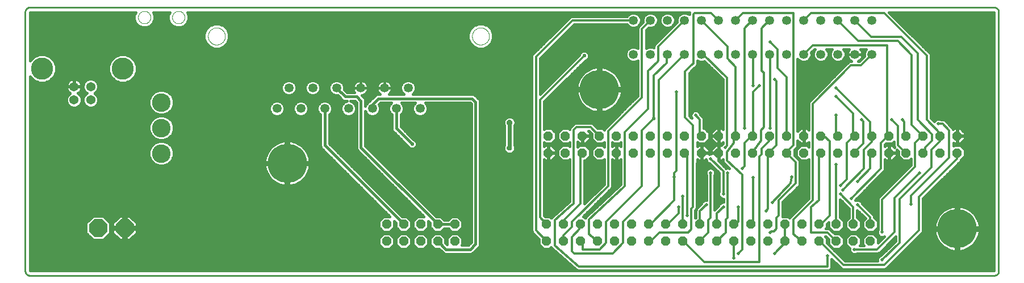
<source format=gbl>
G75*
%MOIN*%
%OFA0B0*%
%FSLAX25Y25*%
%IPPOS*%
%LPD*%
%AMOC8*
5,1,8,0,0,1.08239X$1,22.5*
%
%ADD10C,0.01000*%
%ADD11C,0.23000*%
%ADD12C,0.05315*%
%ADD13C,0.00000*%
%ADD14C,0.10925*%
%ADD15OC8,0.05400*%
%ADD16OC8,0.10630*%
%ADD17C,0.05400*%
%ADD18C,0.13000*%
%ADD19C,0.01600*%
%ADD20OC8,0.03543*%
%ADD21OC8,0.03000*%
%ADD22C,0.02400*%
%ADD23C,0.03200*%
%ADD24OC8,0.02000*%
%ADD25C,0.01200*%
%ADD26C,0.02000*%
D10*
X0004000Y0002343D02*
X0570300Y0002343D01*
X0570398Y0002345D01*
X0570496Y0002351D01*
X0570594Y0002360D01*
X0570691Y0002374D01*
X0570788Y0002391D01*
X0570884Y0002412D01*
X0570979Y0002437D01*
X0571073Y0002465D01*
X0571165Y0002498D01*
X0571257Y0002533D01*
X0571347Y0002573D01*
X0571435Y0002615D01*
X0571522Y0002662D01*
X0571606Y0002711D01*
X0571689Y0002764D01*
X0571769Y0002820D01*
X0571848Y0002880D01*
X0571924Y0002942D01*
X0571997Y0003007D01*
X0572068Y0003075D01*
X0572136Y0003146D01*
X0572201Y0003219D01*
X0572263Y0003295D01*
X0572323Y0003374D01*
X0572379Y0003454D01*
X0572432Y0003537D01*
X0572481Y0003621D01*
X0572528Y0003708D01*
X0572570Y0003796D01*
X0572610Y0003886D01*
X0572645Y0003978D01*
X0572678Y0004070D01*
X0572706Y0004164D01*
X0572731Y0004259D01*
X0572752Y0004355D01*
X0572769Y0004452D01*
X0572783Y0004549D01*
X0572792Y0004647D01*
X0572798Y0004745D01*
X0572800Y0004843D01*
X0572800Y0157343D01*
X0572798Y0157441D01*
X0572792Y0157539D01*
X0572783Y0157637D01*
X0572769Y0157734D01*
X0572752Y0157831D01*
X0572731Y0157927D01*
X0572706Y0158022D01*
X0572678Y0158116D01*
X0572645Y0158208D01*
X0572610Y0158300D01*
X0572570Y0158390D01*
X0572528Y0158478D01*
X0572481Y0158565D01*
X0572432Y0158649D01*
X0572379Y0158732D01*
X0572323Y0158812D01*
X0572263Y0158891D01*
X0572201Y0158967D01*
X0572136Y0159040D01*
X0572068Y0159111D01*
X0571997Y0159179D01*
X0571924Y0159244D01*
X0571848Y0159306D01*
X0571769Y0159366D01*
X0571689Y0159422D01*
X0571606Y0159475D01*
X0571522Y0159524D01*
X0571435Y0159571D01*
X0571347Y0159613D01*
X0571257Y0159653D01*
X0571165Y0159688D01*
X0571073Y0159721D01*
X0570979Y0159749D01*
X0570884Y0159774D01*
X0570788Y0159795D01*
X0570691Y0159812D01*
X0570594Y0159826D01*
X0570496Y0159835D01*
X0570398Y0159841D01*
X0570300Y0159843D01*
X0004000Y0159843D01*
X0003902Y0159841D01*
X0003804Y0159835D01*
X0003706Y0159826D01*
X0003609Y0159812D01*
X0003512Y0159795D01*
X0003416Y0159774D01*
X0003321Y0159749D01*
X0003227Y0159721D01*
X0003135Y0159688D01*
X0003043Y0159653D01*
X0002953Y0159613D01*
X0002865Y0159571D01*
X0002778Y0159524D01*
X0002694Y0159475D01*
X0002611Y0159422D01*
X0002531Y0159366D01*
X0002452Y0159306D01*
X0002376Y0159244D01*
X0002303Y0159179D01*
X0002232Y0159111D01*
X0002164Y0159040D01*
X0002099Y0158967D01*
X0002037Y0158891D01*
X0001977Y0158812D01*
X0001921Y0158732D01*
X0001868Y0158649D01*
X0001819Y0158565D01*
X0001772Y0158478D01*
X0001730Y0158390D01*
X0001690Y0158300D01*
X0001655Y0158208D01*
X0001622Y0158116D01*
X0001594Y0158022D01*
X0001569Y0157927D01*
X0001548Y0157831D01*
X0001531Y0157734D01*
X0001517Y0157637D01*
X0001508Y0157539D01*
X0001502Y0157441D01*
X0001500Y0157343D01*
X0001500Y0004843D01*
X0001502Y0004745D01*
X0001508Y0004647D01*
X0001517Y0004549D01*
X0001531Y0004452D01*
X0001548Y0004355D01*
X0001569Y0004259D01*
X0001594Y0004164D01*
X0001622Y0004070D01*
X0001655Y0003978D01*
X0001690Y0003886D01*
X0001730Y0003796D01*
X0001772Y0003708D01*
X0001819Y0003621D01*
X0001868Y0003537D01*
X0001921Y0003454D01*
X0001977Y0003374D01*
X0002037Y0003295D01*
X0002099Y0003219D01*
X0002164Y0003146D01*
X0002232Y0003075D01*
X0002303Y0003007D01*
X0002376Y0002942D01*
X0002452Y0002880D01*
X0002531Y0002820D01*
X0002611Y0002764D01*
X0002694Y0002711D01*
X0002778Y0002662D01*
X0002865Y0002615D01*
X0002953Y0002573D01*
X0003043Y0002533D01*
X0003135Y0002498D01*
X0003227Y0002465D01*
X0003321Y0002437D01*
X0003416Y0002412D01*
X0003512Y0002391D01*
X0003609Y0002374D01*
X0003706Y0002360D01*
X0003804Y0002351D01*
X0003902Y0002345D01*
X0004000Y0002343D01*
D11*
X0155300Y0068235D03*
X0338405Y0111580D03*
X0548400Y0029835D03*
D12*
X0498400Y0132243D03*
X0488400Y0132243D03*
X0478400Y0132243D03*
X0468400Y0132243D03*
X0458400Y0132243D03*
X0448400Y0132243D03*
X0438400Y0132243D03*
X0428400Y0132243D03*
X0418400Y0132243D03*
X0408400Y0132243D03*
X0398400Y0132243D03*
X0388400Y0132243D03*
X0378400Y0132243D03*
X0368400Y0132243D03*
X0358400Y0132243D03*
X0358400Y0152243D03*
X0368400Y0152243D03*
X0378400Y0152243D03*
X0388400Y0152243D03*
X0398400Y0152243D03*
X0408400Y0152243D03*
X0418400Y0152243D03*
X0428400Y0152243D03*
X0438400Y0152243D03*
X0448400Y0152243D03*
X0458400Y0152243D03*
X0468400Y0152243D03*
X0478400Y0152243D03*
X0488400Y0152243D03*
X0498400Y0152243D03*
X0233300Y0100443D03*
X0219300Y0100443D03*
X0205300Y0100443D03*
X0191300Y0100443D03*
X0177300Y0100443D03*
X0163300Y0100443D03*
X0149300Y0100443D03*
X0156300Y0112567D03*
X0170300Y0112567D03*
X0184300Y0112567D03*
X0198300Y0112567D03*
X0212300Y0112567D03*
X0226300Y0112567D03*
D13*
X0263800Y0142943D02*
X0263802Y0143084D01*
X0263808Y0143225D01*
X0263818Y0143365D01*
X0263832Y0143505D01*
X0263850Y0143645D01*
X0263871Y0143784D01*
X0263897Y0143923D01*
X0263926Y0144061D01*
X0263960Y0144197D01*
X0263997Y0144333D01*
X0264038Y0144468D01*
X0264083Y0144602D01*
X0264132Y0144734D01*
X0264184Y0144865D01*
X0264240Y0144994D01*
X0264300Y0145121D01*
X0264363Y0145247D01*
X0264429Y0145371D01*
X0264500Y0145494D01*
X0264573Y0145614D01*
X0264650Y0145732D01*
X0264730Y0145848D01*
X0264814Y0145961D01*
X0264900Y0146072D01*
X0264990Y0146181D01*
X0265083Y0146287D01*
X0265178Y0146390D01*
X0265277Y0146491D01*
X0265378Y0146589D01*
X0265482Y0146684D01*
X0265589Y0146776D01*
X0265698Y0146865D01*
X0265810Y0146950D01*
X0265924Y0147033D01*
X0266040Y0147113D01*
X0266159Y0147189D01*
X0266280Y0147261D01*
X0266402Y0147331D01*
X0266527Y0147396D01*
X0266653Y0147459D01*
X0266781Y0147517D01*
X0266911Y0147572D01*
X0267042Y0147624D01*
X0267175Y0147671D01*
X0267309Y0147715D01*
X0267444Y0147756D01*
X0267580Y0147792D01*
X0267717Y0147824D01*
X0267855Y0147853D01*
X0267993Y0147878D01*
X0268133Y0147898D01*
X0268273Y0147915D01*
X0268413Y0147928D01*
X0268554Y0147937D01*
X0268694Y0147942D01*
X0268835Y0147943D01*
X0268976Y0147940D01*
X0269117Y0147933D01*
X0269257Y0147922D01*
X0269397Y0147907D01*
X0269537Y0147888D01*
X0269676Y0147866D01*
X0269814Y0147839D01*
X0269952Y0147809D01*
X0270088Y0147774D01*
X0270224Y0147736D01*
X0270358Y0147694D01*
X0270492Y0147648D01*
X0270624Y0147599D01*
X0270754Y0147545D01*
X0270883Y0147488D01*
X0271010Y0147428D01*
X0271136Y0147364D01*
X0271259Y0147296D01*
X0271381Y0147225D01*
X0271501Y0147151D01*
X0271618Y0147073D01*
X0271733Y0146992D01*
X0271846Y0146908D01*
X0271957Y0146821D01*
X0272065Y0146730D01*
X0272170Y0146637D01*
X0272273Y0146540D01*
X0272373Y0146441D01*
X0272470Y0146339D01*
X0272564Y0146234D01*
X0272655Y0146127D01*
X0272743Y0146017D01*
X0272828Y0145905D01*
X0272910Y0145790D01*
X0272989Y0145673D01*
X0273064Y0145554D01*
X0273136Y0145433D01*
X0273204Y0145310D01*
X0273269Y0145185D01*
X0273331Y0145058D01*
X0273388Y0144929D01*
X0273443Y0144799D01*
X0273493Y0144668D01*
X0273540Y0144535D01*
X0273583Y0144401D01*
X0273622Y0144265D01*
X0273657Y0144129D01*
X0273689Y0143992D01*
X0273716Y0143854D01*
X0273740Y0143715D01*
X0273760Y0143575D01*
X0273776Y0143435D01*
X0273788Y0143295D01*
X0273796Y0143154D01*
X0273800Y0143013D01*
X0273800Y0142873D01*
X0273796Y0142732D01*
X0273788Y0142591D01*
X0273776Y0142451D01*
X0273760Y0142311D01*
X0273740Y0142171D01*
X0273716Y0142032D01*
X0273689Y0141894D01*
X0273657Y0141757D01*
X0273622Y0141621D01*
X0273583Y0141485D01*
X0273540Y0141351D01*
X0273493Y0141218D01*
X0273443Y0141087D01*
X0273388Y0140957D01*
X0273331Y0140828D01*
X0273269Y0140701D01*
X0273204Y0140576D01*
X0273136Y0140453D01*
X0273064Y0140332D01*
X0272989Y0140213D01*
X0272910Y0140096D01*
X0272828Y0139981D01*
X0272743Y0139869D01*
X0272655Y0139759D01*
X0272564Y0139652D01*
X0272470Y0139547D01*
X0272373Y0139445D01*
X0272273Y0139346D01*
X0272170Y0139249D01*
X0272065Y0139156D01*
X0271957Y0139065D01*
X0271846Y0138978D01*
X0271733Y0138894D01*
X0271618Y0138813D01*
X0271501Y0138735D01*
X0271381Y0138661D01*
X0271259Y0138590D01*
X0271136Y0138522D01*
X0271010Y0138458D01*
X0270883Y0138398D01*
X0270754Y0138341D01*
X0270624Y0138287D01*
X0270492Y0138238D01*
X0270358Y0138192D01*
X0270224Y0138150D01*
X0270088Y0138112D01*
X0269952Y0138077D01*
X0269814Y0138047D01*
X0269676Y0138020D01*
X0269537Y0137998D01*
X0269397Y0137979D01*
X0269257Y0137964D01*
X0269117Y0137953D01*
X0268976Y0137946D01*
X0268835Y0137943D01*
X0268694Y0137944D01*
X0268554Y0137949D01*
X0268413Y0137958D01*
X0268273Y0137971D01*
X0268133Y0137988D01*
X0267993Y0138008D01*
X0267855Y0138033D01*
X0267717Y0138062D01*
X0267580Y0138094D01*
X0267444Y0138130D01*
X0267309Y0138171D01*
X0267175Y0138215D01*
X0267042Y0138262D01*
X0266911Y0138314D01*
X0266781Y0138369D01*
X0266653Y0138427D01*
X0266527Y0138490D01*
X0266402Y0138555D01*
X0266280Y0138625D01*
X0266159Y0138697D01*
X0266040Y0138773D01*
X0265924Y0138853D01*
X0265810Y0138936D01*
X0265698Y0139021D01*
X0265589Y0139110D01*
X0265482Y0139202D01*
X0265378Y0139297D01*
X0265277Y0139395D01*
X0265178Y0139496D01*
X0265083Y0139599D01*
X0264990Y0139705D01*
X0264900Y0139814D01*
X0264814Y0139925D01*
X0264730Y0140038D01*
X0264650Y0140154D01*
X0264573Y0140272D01*
X0264500Y0140392D01*
X0264429Y0140515D01*
X0264363Y0140639D01*
X0264300Y0140765D01*
X0264240Y0140892D01*
X0264184Y0141021D01*
X0264132Y0141152D01*
X0264083Y0141284D01*
X0264038Y0141418D01*
X0263997Y0141553D01*
X0263960Y0141689D01*
X0263926Y0141825D01*
X0263897Y0141963D01*
X0263871Y0142102D01*
X0263850Y0142241D01*
X0263832Y0142381D01*
X0263818Y0142521D01*
X0263808Y0142661D01*
X0263802Y0142802D01*
X0263800Y0142943D01*
X0108800Y0142943D02*
X0108802Y0143084D01*
X0108808Y0143225D01*
X0108818Y0143365D01*
X0108832Y0143505D01*
X0108850Y0143645D01*
X0108871Y0143784D01*
X0108897Y0143923D01*
X0108926Y0144061D01*
X0108960Y0144197D01*
X0108997Y0144333D01*
X0109038Y0144468D01*
X0109083Y0144602D01*
X0109132Y0144734D01*
X0109184Y0144865D01*
X0109240Y0144994D01*
X0109300Y0145121D01*
X0109363Y0145247D01*
X0109429Y0145371D01*
X0109500Y0145494D01*
X0109573Y0145614D01*
X0109650Y0145732D01*
X0109730Y0145848D01*
X0109814Y0145961D01*
X0109900Y0146072D01*
X0109990Y0146181D01*
X0110083Y0146287D01*
X0110178Y0146390D01*
X0110277Y0146491D01*
X0110378Y0146589D01*
X0110482Y0146684D01*
X0110589Y0146776D01*
X0110698Y0146865D01*
X0110810Y0146950D01*
X0110924Y0147033D01*
X0111040Y0147113D01*
X0111159Y0147189D01*
X0111280Y0147261D01*
X0111402Y0147331D01*
X0111527Y0147396D01*
X0111653Y0147459D01*
X0111781Y0147517D01*
X0111911Y0147572D01*
X0112042Y0147624D01*
X0112175Y0147671D01*
X0112309Y0147715D01*
X0112444Y0147756D01*
X0112580Y0147792D01*
X0112717Y0147824D01*
X0112855Y0147853D01*
X0112993Y0147878D01*
X0113133Y0147898D01*
X0113273Y0147915D01*
X0113413Y0147928D01*
X0113554Y0147937D01*
X0113694Y0147942D01*
X0113835Y0147943D01*
X0113976Y0147940D01*
X0114117Y0147933D01*
X0114257Y0147922D01*
X0114397Y0147907D01*
X0114537Y0147888D01*
X0114676Y0147866D01*
X0114814Y0147839D01*
X0114952Y0147809D01*
X0115088Y0147774D01*
X0115224Y0147736D01*
X0115358Y0147694D01*
X0115492Y0147648D01*
X0115624Y0147599D01*
X0115754Y0147545D01*
X0115883Y0147488D01*
X0116010Y0147428D01*
X0116136Y0147364D01*
X0116259Y0147296D01*
X0116381Y0147225D01*
X0116501Y0147151D01*
X0116618Y0147073D01*
X0116733Y0146992D01*
X0116846Y0146908D01*
X0116957Y0146821D01*
X0117065Y0146730D01*
X0117170Y0146637D01*
X0117273Y0146540D01*
X0117373Y0146441D01*
X0117470Y0146339D01*
X0117564Y0146234D01*
X0117655Y0146127D01*
X0117743Y0146017D01*
X0117828Y0145905D01*
X0117910Y0145790D01*
X0117989Y0145673D01*
X0118064Y0145554D01*
X0118136Y0145433D01*
X0118204Y0145310D01*
X0118269Y0145185D01*
X0118331Y0145058D01*
X0118388Y0144929D01*
X0118443Y0144799D01*
X0118493Y0144668D01*
X0118540Y0144535D01*
X0118583Y0144401D01*
X0118622Y0144265D01*
X0118657Y0144129D01*
X0118689Y0143992D01*
X0118716Y0143854D01*
X0118740Y0143715D01*
X0118760Y0143575D01*
X0118776Y0143435D01*
X0118788Y0143295D01*
X0118796Y0143154D01*
X0118800Y0143013D01*
X0118800Y0142873D01*
X0118796Y0142732D01*
X0118788Y0142591D01*
X0118776Y0142451D01*
X0118760Y0142311D01*
X0118740Y0142171D01*
X0118716Y0142032D01*
X0118689Y0141894D01*
X0118657Y0141757D01*
X0118622Y0141621D01*
X0118583Y0141485D01*
X0118540Y0141351D01*
X0118493Y0141218D01*
X0118443Y0141087D01*
X0118388Y0140957D01*
X0118331Y0140828D01*
X0118269Y0140701D01*
X0118204Y0140576D01*
X0118136Y0140453D01*
X0118064Y0140332D01*
X0117989Y0140213D01*
X0117910Y0140096D01*
X0117828Y0139981D01*
X0117743Y0139869D01*
X0117655Y0139759D01*
X0117564Y0139652D01*
X0117470Y0139547D01*
X0117373Y0139445D01*
X0117273Y0139346D01*
X0117170Y0139249D01*
X0117065Y0139156D01*
X0116957Y0139065D01*
X0116846Y0138978D01*
X0116733Y0138894D01*
X0116618Y0138813D01*
X0116501Y0138735D01*
X0116381Y0138661D01*
X0116259Y0138590D01*
X0116136Y0138522D01*
X0116010Y0138458D01*
X0115883Y0138398D01*
X0115754Y0138341D01*
X0115624Y0138287D01*
X0115492Y0138238D01*
X0115358Y0138192D01*
X0115224Y0138150D01*
X0115088Y0138112D01*
X0114952Y0138077D01*
X0114814Y0138047D01*
X0114676Y0138020D01*
X0114537Y0137998D01*
X0114397Y0137979D01*
X0114257Y0137964D01*
X0114117Y0137953D01*
X0113976Y0137946D01*
X0113835Y0137943D01*
X0113694Y0137944D01*
X0113554Y0137949D01*
X0113413Y0137958D01*
X0113273Y0137971D01*
X0113133Y0137988D01*
X0112993Y0138008D01*
X0112855Y0138033D01*
X0112717Y0138062D01*
X0112580Y0138094D01*
X0112444Y0138130D01*
X0112309Y0138171D01*
X0112175Y0138215D01*
X0112042Y0138262D01*
X0111911Y0138314D01*
X0111781Y0138369D01*
X0111653Y0138427D01*
X0111527Y0138490D01*
X0111402Y0138555D01*
X0111280Y0138625D01*
X0111159Y0138697D01*
X0111040Y0138773D01*
X0110924Y0138853D01*
X0110810Y0138936D01*
X0110698Y0139021D01*
X0110589Y0139110D01*
X0110482Y0139202D01*
X0110378Y0139297D01*
X0110277Y0139395D01*
X0110178Y0139496D01*
X0110083Y0139599D01*
X0109990Y0139705D01*
X0109900Y0139814D01*
X0109814Y0139925D01*
X0109730Y0140038D01*
X0109650Y0140154D01*
X0109573Y0140272D01*
X0109500Y0140392D01*
X0109429Y0140515D01*
X0109363Y0140639D01*
X0109300Y0140765D01*
X0109240Y0140892D01*
X0109184Y0141021D01*
X0109132Y0141152D01*
X0109083Y0141284D01*
X0109038Y0141418D01*
X0108997Y0141553D01*
X0108960Y0141689D01*
X0108926Y0141825D01*
X0108897Y0141963D01*
X0108871Y0142102D01*
X0108850Y0142241D01*
X0108832Y0142381D01*
X0108818Y0142521D01*
X0108808Y0142661D01*
X0108802Y0142802D01*
X0108800Y0142943D01*
X0087758Y0154043D02*
X0087760Y0154163D01*
X0087766Y0154284D01*
X0087776Y0154404D01*
X0087790Y0154523D01*
X0087808Y0154642D01*
X0087829Y0154761D01*
X0087855Y0154879D01*
X0087885Y0154995D01*
X0087918Y0155111D01*
X0087955Y0155226D01*
X0087996Y0155339D01*
X0088041Y0155451D01*
X0088089Y0155561D01*
X0088141Y0155670D01*
X0088197Y0155776D01*
X0088256Y0155881D01*
X0088319Y0155984D01*
X0088384Y0156085D01*
X0088454Y0156184D01*
X0088526Y0156280D01*
X0088601Y0156374D01*
X0088680Y0156465D01*
X0088762Y0156554D01*
X0088846Y0156639D01*
X0088933Y0156723D01*
X0089023Y0156803D01*
X0089116Y0156880D01*
X0089211Y0156954D01*
X0089308Y0157024D01*
X0089408Y0157092D01*
X0089510Y0157156D01*
X0089614Y0157217D01*
X0089720Y0157274D01*
X0089828Y0157328D01*
X0089937Y0157378D01*
X0090048Y0157425D01*
X0090161Y0157468D01*
X0090275Y0157507D01*
X0090390Y0157542D01*
X0090506Y0157574D01*
X0090623Y0157601D01*
X0090741Y0157625D01*
X0090860Y0157645D01*
X0090979Y0157661D01*
X0091099Y0157673D01*
X0091219Y0157681D01*
X0091340Y0157685D01*
X0091460Y0157685D01*
X0091581Y0157681D01*
X0091701Y0157673D01*
X0091821Y0157661D01*
X0091940Y0157645D01*
X0092059Y0157625D01*
X0092177Y0157601D01*
X0092294Y0157574D01*
X0092410Y0157542D01*
X0092525Y0157507D01*
X0092639Y0157468D01*
X0092752Y0157425D01*
X0092863Y0157378D01*
X0092972Y0157328D01*
X0093080Y0157274D01*
X0093186Y0157217D01*
X0093290Y0157156D01*
X0093392Y0157092D01*
X0093492Y0157024D01*
X0093589Y0156954D01*
X0093684Y0156880D01*
X0093777Y0156803D01*
X0093867Y0156723D01*
X0093954Y0156639D01*
X0094038Y0156554D01*
X0094120Y0156465D01*
X0094199Y0156374D01*
X0094274Y0156280D01*
X0094346Y0156184D01*
X0094416Y0156085D01*
X0094481Y0155984D01*
X0094544Y0155881D01*
X0094603Y0155776D01*
X0094659Y0155670D01*
X0094711Y0155561D01*
X0094759Y0155451D01*
X0094804Y0155339D01*
X0094845Y0155226D01*
X0094882Y0155111D01*
X0094915Y0154995D01*
X0094945Y0154879D01*
X0094971Y0154761D01*
X0094992Y0154642D01*
X0095010Y0154523D01*
X0095024Y0154404D01*
X0095034Y0154284D01*
X0095040Y0154163D01*
X0095042Y0154043D01*
X0095040Y0153923D01*
X0095034Y0153802D01*
X0095024Y0153682D01*
X0095010Y0153563D01*
X0094992Y0153444D01*
X0094971Y0153325D01*
X0094945Y0153207D01*
X0094915Y0153091D01*
X0094882Y0152975D01*
X0094845Y0152860D01*
X0094804Y0152747D01*
X0094759Y0152635D01*
X0094711Y0152525D01*
X0094659Y0152416D01*
X0094603Y0152310D01*
X0094544Y0152205D01*
X0094481Y0152102D01*
X0094416Y0152001D01*
X0094346Y0151902D01*
X0094274Y0151806D01*
X0094199Y0151712D01*
X0094120Y0151621D01*
X0094038Y0151532D01*
X0093954Y0151447D01*
X0093867Y0151363D01*
X0093777Y0151283D01*
X0093684Y0151206D01*
X0093589Y0151132D01*
X0093492Y0151062D01*
X0093392Y0150994D01*
X0093290Y0150930D01*
X0093186Y0150869D01*
X0093080Y0150812D01*
X0092972Y0150758D01*
X0092863Y0150708D01*
X0092752Y0150661D01*
X0092639Y0150618D01*
X0092525Y0150579D01*
X0092410Y0150544D01*
X0092294Y0150512D01*
X0092177Y0150485D01*
X0092059Y0150461D01*
X0091940Y0150441D01*
X0091821Y0150425D01*
X0091701Y0150413D01*
X0091581Y0150405D01*
X0091460Y0150401D01*
X0091340Y0150401D01*
X0091219Y0150405D01*
X0091099Y0150413D01*
X0090979Y0150425D01*
X0090860Y0150441D01*
X0090741Y0150461D01*
X0090623Y0150485D01*
X0090506Y0150512D01*
X0090390Y0150544D01*
X0090275Y0150579D01*
X0090161Y0150618D01*
X0090048Y0150661D01*
X0089937Y0150708D01*
X0089828Y0150758D01*
X0089720Y0150812D01*
X0089614Y0150869D01*
X0089510Y0150930D01*
X0089408Y0150994D01*
X0089308Y0151062D01*
X0089211Y0151132D01*
X0089116Y0151206D01*
X0089023Y0151283D01*
X0088933Y0151363D01*
X0088846Y0151447D01*
X0088762Y0151532D01*
X0088680Y0151621D01*
X0088601Y0151712D01*
X0088526Y0151806D01*
X0088454Y0151902D01*
X0088384Y0152001D01*
X0088319Y0152102D01*
X0088256Y0152205D01*
X0088197Y0152310D01*
X0088141Y0152416D01*
X0088089Y0152525D01*
X0088041Y0152635D01*
X0087996Y0152747D01*
X0087955Y0152860D01*
X0087918Y0152975D01*
X0087885Y0153091D01*
X0087855Y0153207D01*
X0087829Y0153325D01*
X0087808Y0153444D01*
X0087790Y0153563D01*
X0087776Y0153682D01*
X0087766Y0153802D01*
X0087760Y0153923D01*
X0087758Y0154043D01*
X0067758Y0154043D02*
X0067760Y0154163D01*
X0067766Y0154284D01*
X0067776Y0154404D01*
X0067790Y0154523D01*
X0067808Y0154642D01*
X0067829Y0154761D01*
X0067855Y0154879D01*
X0067885Y0154995D01*
X0067918Y0155111D01*
X0067955Y0155226D01*
X0067996Y0155339D01*
X0068041Y0155451D01*
X0068089Y0155561D01*
X0068141Y0155670D01*
X0068197Y0155776D01*
X0068256Y0155881D01*
X0068319Y0155984D01*
X0068384Y0156085D01*
X0068454Y0156184D01*
X0068526Y0156280D01*
X0068601Y0156374D01*
X0068680Y0156465D01*
X0068762Y0156554D01*
X0068846Y0156639D01*
X0068933Y0156723D01*
X0069023Y0156803D01*
X0069116Y0156880D01*
X0069211Y0156954D01*
X0069308Y0157024D01*
X0069408Y0157092D01*
X0069510Y0157156D01*
X0069614Y0157217D01*
X0069720Y0157274D01*
X0069828Y0157328D01*
X0069937Y0157378D01*
X0070048Y0157425D01*
X0070161Y0157468D01*
X0070275Y0157507D01*
X0070390Y0157542D01*
X0070506Y0157574D01*
X0070623Y0157601D01*
X0070741Y0157625D01*
X0070860Y0157645D01*
X0070979Y0157661D01*
X0071099Y0157673D01*
X0071219Y0157681D01*
X0071340Y0157685D01*
X0071460Y0157685D01*
X0071581Y0157681D01*
X0071701Y0157673D01*
X0071821Y0157661D01*
X0071940Y0157645D01*
X0072059Y0157625D01*
X0072177Y0157601D01*
X0072294Y0157574D01*
X0072410Y0157542D01*
X0072525Y0157507D01*
X0072639Y0157468D01*
X0072752Y0157425D01*
X0072863Y0157378D01*
X0072972Y0157328D01*
X0073080Y0157274D01*
X0073186Y0157217D01*
X0073290Y0157156D01*
X0073392Y0157092D01*
X0073492Y0157024D01*
X0073589Y0156954D01*
X0073684Y0156880D01*
X0073777Y0156803D01*
X0073867Y0156723D01*
X0073954Y0156639D01*
X0074038Y0156554D01*
X0074120Y0156465D01*
X0074199Y0156374D01*
X0074274Y0156280D01*
X0074346Y0156184D01*
X0074416Y0156085D01*
X0074481Y0155984D01*
X0074544Y0155881D01*
X0074603Y0155776D01*
X0074659Y0155670D01*
X0074711Y0155561D01*
X0074759Y0155451D01*
X0074804Y0155339D01*
X0074845Y0155226D01*
X0074882Y0155111D01*
X0074915Y0154995D01*
X0074945Y0154879D01*
X0074971Y0154761D01*
X0074992Y0154642D01*
X0075010Y0154523D01*
X0075024Y0154404D01*
X0075034Y0154284D01*
X0075040Y0154163D01*
X0075042Y0154043D01*
X0075040Y0153923D01*
X0075034Y0153802D01*
X0075024Y0153682D01*
X0075010Y0153563D01*
X0074992Y0153444D01*
X0074971Y0153325D01*
X0074945Y0153207D01*
X0074915Y0153091D01*
X0074882Y0152975D01*
X0074845Y0152860D01*
X0074804Y0152747D01*
X0074759Y0152635D01*
X0074711Y0152525D01*
X0074659Y0152416D01*
X0074603Y0152310D01*
X0074544Y0152205D01*
X0074481Y0152102D01*
X0074416Y0152001D01*
X0074346Y0151902D01*
X0074274Y0151806D01*
X0074199Y0151712D01*
X0074120Y0151621D01*
X0074038Y0151532D01*
X0073954Y0151447D01*
X0073867Y0151363D01*
X0073777Y0151283D01*
X0073684Y0151206D01*
X0073589Y0151132D01*
X0073492Y0151062D01*
X0073392Y0150994D01*
X0073290Y0150930D01*
X0073186Y0150869D01*
X0073080Y0150812D01*
X0072972Y0150758D01*
X0072863Y0150708D01*
X0072752Y0150661D01*
X0072639Y0150618D01*
X0072525Y0150579D01*
X0072410Y0150544D01*
X0072294Y0150512D01*
X0072177Y0150485D01*
X0072059Y0150461D01*
X0071940Y0150441D01*
X0071821Y0150425D01*
X0071701Y0150413D01*
X0071581Y0150405D01*
X0071460Y0150401D01*
X0071340Y0150401D01*
X0071219Y0150405D01*
X0071099Y0150413D01*
X0070979Y0150425D01*
X0070860Y0150441D01*
X0070741Y0150461D01*
X0070623Y0150485D01*
X0070506Y0150512D01*
X0070390Y0150544D01*
X0070275Y0150579D01*
X0070161Y0150618D01*
X0070048Y0150661D01*
X0069937Y0150708D01*
X0069828Y0150758D01*
X0069720Y0150812D01*
X0069614Y0150869D01*
X0069510Y0150930D01*
X0069408Y0150994D01*
X0069308Y0151062D01*
X0069211Y0151132D01*
X0069116Y0151206D01*
X0069023Y0151283D01*
X0068933Y0151363D01*
X0068846Y0151447D01*
X0068762Y0151532D01*
X0068680Y0151621D01*
X0068601Y0151712D01*
X0068526Y0151806D01*
X0068454Y0151902D01*
X0068384Y0152001D01*
X0068319Y0152102D01*
X0068256Y0152205D01*
X0068197Y0152310D01*
X0068141Y0152416D01*
X0068089Y0152525D01*
X0068041Y0152635D01*
X0067996Y0152747D01*
X0067955Y0152860D01*
X0067918Y0152975D01*
X0067885Y0153091D01*
X0067855Y0153207D01*
X0067829Y0153325D01*
X0067808Y0153444D01*
X0067790Y0153563D01*
X0067776Y0153682D01*
X0067766Y0153802D01*
X0067760Y0153923D01*
X0067758Y0154043D01*
D14*
X0081400Y0104043D03*
X0081400Y0089043D03*
X0081400Y0074043D03*
D15*
X0213600Y0032443D03*
X0223600Y0032443D03*
X0233600Y0032443D03*
X0243600Y0032443D03*
X0253600Y0032443D03*
X0253600Y0022443D03*
X0243600Y0022443D03*
X0233600Y0022443D03*
X0223600Y0022443D03*
X0213600Y0022443D03*
X0307500Y0022443D03*
X0317500Y0022443D03*
X0327500Y0022443D03*
X0337500Y0022443D03*
X0347500Y0022443D03*
X0357500Y0022443D03*
X0367500Y0022443D03*
X0377500Y0022443D03*
X0387500Y0022443D03*
X0397500Y0022443D03*
X0407500Y0022443D03*
X0417500Y0022443D03*
X0427500Y0022443D03*
X0437500Y0022443D03*
X0447500Y0022443D03*
X0457500Y0022443D03*
X0467500Y0022443D03*
X0477500Y0022443D03*
X0487500Y0022443D03*
X0497500Y0022443D03*
X0497500Y0032443D03*
X0487500Y0032443D03*
X0477500Y0032443D03*
X0467500Y0032443D03*
X0457500Y0032443D03*
X0447500Y0032443D03*
X0437500Y0032443D03*
X0427500Y0032443D03*
X0417500Y0032443D03*
X0407500Y0032443D03*
X0397500Y0032443D03*
X0387500Y0032443D03*
X0377500Y0032443D03*
X0367500Y0032443D03*
X0357500Y0032443D03*
X0347500Y0032443D03*
X0337500Y0032443D03*
X0327500Y0032443D03*
X0317500Y0032443D03*
X0307500Y0032443D03*
X0308500Y0074343D03*
X0318500Y0074343D03*
X0328500Y0074343D03*
X0338500Y0074343D03*
X0348500Y0074343D03*
X0358500Y0074343D03*
X0368500Y0074343D03*
X0378500Y0074343D03*
X0388500Y0074343D03*
X0398500Y0074343D03*
X0408500Y0074343D03*
X0418500Y0074343D03*
X0428500Y0074343D03*
X0438500Y0074343D03*
X0448500Y0074343D03*
X0458500Y0074343D03*
X0468500Y0074343D03*
X0478500Y0074343D03*
X0488500Y0074343D03*
X0498500Y0074343D03*
X0508500Y0074343D03*
X0518500Y0074343D03*
X0528500Y0074343D03*
X0538500Y0074343D03*
X0548500Y0074343D03*
X0548500Y0084343D03*
X0538500Y0084343D03*
X0528500Y0084343D03*
X0518500Y0084343D03*
X0508500Y0084343D03*
X0498500Y0084343D03*
X0488500Y0084343D03*
X0478500Y0084343D03*
X0468500Y0084343D03*
X0458500Y0084343D03*
X0448500Y0084343D03*
X0438500Y0084343D03*
X0428500Y0084343D03*
X0418500Y0084343D03*
X0408500Y0084343D03*
X0398500Y0084343D03*
X0388500Y0084343D03*
X0378500Y0084343D03*
X0368500Y0084343D03*
X0358500Y0084343D03*
X0348500Y0084343D03*
X0338500Y0084343D03*
X0328500Y0084343D03*
X0318500Y0084343D03*
X0308500Y0084343D03*
D16*
X0059891Y0030243D03*
X0044300Y0030243D03*
D17*
X0039951Y0105483D03*
X0030109Y0105483D03*
X0030109Y0113283D03*
X0039951Y0113283D03*
D18*
X0058730Y0123983D03*
X0011330Y0123983D03*
D19*
X0019050Y0120933D02*
X0051010Y0120933D01*
X0050430Y0122332D02*
X0051694Y0119282D01*
X0054028Y0116947D01*
X0057079Y0115683D01*
X0060381Y0115683D01*
X0063432Y0116947D01*
X0065766Y0119282D01*
X0067030Y0122332D01*
X0067030Y0125634D01*
X0065766Y0128685D01*
X0063432Y0131020D01*
X0060381Y0132283D01*
X0057079Y0132283D01*
X0054028Y0131020D01*
X0051694Y0128685D01*
X0050430Y0125634D01*
X0050430Y0122332D01*
X0050430Y0122532D02*
X0019630Y0122532D01*
X0019630Y0122332D02*
X0019630Y0125634D01*
X0018366Y0128685D01*
X0016032Y0131020D01*
X0012981Y0132283D01*
X0009679Y0132283D01*
X0006628Y0131020D01*
X0004300Y0128691D01*
X0004300Y0156854D01*
X0009715Y0157043D01*
X0066211Y0157043D01*
X0065458Y0155225D01*
X0065458Y0152861D01*
X0066363Y0150678D01*
X0068034Y0149006D01*
X0070218Y0148102D01*
X0072582Y0148102D01*
X0074766Y0149006D01*
X0076437Y0150678D01*
X0077342Y0152861D01*
X0077342Y0155225D01*
X0076589Y0157043D01*
X0086211Y0157043D01*
X0085458Y0155225D01*
X0085458Y0152861D01*
X0086363Y0150678D01*
X0088034Y0149006D01*
X0090218Y0148102D01*
X0092582Y0148102D01*
X0094766Y0149006D01*
X0096437Y0150678D01*
X0097342Y0152861D01*
X0097342Y0155225D01*
X0096589Y0157043D01*
X0391416Y0157043D01*
X0391200Y0156521D01*
X0391200Y0155747D01*
X0390925Y0156022D01*
X0389287Y0156701D01*
X0387513Y0156701D01*
X0385875Y0156022D01*
X0384621Y0154768D01*
X0383943Y0153130D01*
X0383943Y0151357D01*
X0383994Y0151232D01*
X0370865Y0138103D01*
X0370500Y0137221D01*
X0370500Y0136198D01*
X0369287Y0136701D01*
X0367513Y0136701D01*
X0365900Y0136033D01*
X0365900Y0146349D01*
X0367388Y0147838D01*
X0367513Y0147786D01*
X0369287Y0147786D01*
X0370925Y0148464D01*
X0372179Y0149718D01*
X0372857Y0151357D01*
X0372857Y0153130D01*
X0372179Y0154768D01*
X0370925Y0156022D01*
X0369287Y0156701D01*
X0367513Y0156701D01*
X0365875Y0156022D01*
X0364621Y0154768D01*
X0363943Y0153130D01*
X0363943Y0151357D01*
X0363994Y0151232D01*
X0361465Y0148703D01*
X0361100Y0147821D01*
X0361100Y0135847D01*
X0360925Y0136022D01*
X0359287Y0136701D01*
X0357513Y0136701D01*
X0355875Y0136022D01*
X0354621Y0134768D01*
X0353943Y0133130D01*
X0353943Y0131357D01*
X0354621Y0129718D01*
X0355875Y0128464D01*
X0357513Y0127786D01*
X0359287Y0127786D01*
X0360925Y0128464D01*
X0361100Y0128640D01*
X0361100Y0107937D01*
X0359011Y0105849D01*
X0358841Y0105778D01*
X0358165Y0105103D01*
X0341565Y0088503D01*
X0341313Y0087894D01*
X0340364Y0088843D01*
X0337394Y0088843D01*
X0334659Y0091578D01*
X0333777Y0091943D01*
X0324523Y0091943D01*
X0323641Y0091578D01*
X0322965Y0090903D01*
X0321265Y0089203D01*
X0320900Y0088321D01*
X0320900Y0088307D01*
X0320364Y0088843D01*
X0316636Y0088843D01*
X0314000Y0086207D01*
X0314000Y0082479D01*
X0316636Y0079843D01*
X0320364Y0079843D01*
X0320900Y0080379D01*
X0320900Y0078307D01*
X0320364Y0078843D01*
X0316636Y0078843D01*
X0314000Y0076207D01*
X0314000Y0072479D01*
X0316636Y0069843D01*
X0320364Y0069843D01*
X0320900Y0070379D01*
X0320900Y0045737D01*
X0320806Y0045644D01*
X0311012Y0037008D01*
X0310941Y0036978D01*
X0310656Y0036694D01*
X0310355Y0036428D01*
X0310320Y0036358D01*
X0310265Y0036303D01*
X0310189Y0036118D01*
X0309364Y0036943D01*
X0306544Y0036943D01*
X0306100Y0037387D01*
X0306100Y0070379D01*
X0306636Y0069843D01*
X0308400Y0069843D01*
X0308400Y0074243D01*
X0308600Y0074243D01*
X0308600Y0069843D01*
X0310364Y0069843D01*
X0313000Y0072479D01*
X0313000Y0074243D01*
X0308600Y0074243D01*
X0308600Y0074443D01*
X0313000Y0074443D01*
X0313000Y0076207D01*
X0310364Y0078843D01*
X0308600Y0078843D01*
X0308600Y0074443D01*
X0308400Y0074443D01*
X0308400Y0078843D01*
X0306636Y0078843D01*
X0306100Y0078307D01*
X0306100Y0080379D01*
X0306636Y0079843D01*
X0310364Y0079843D01*
X0313000Y0082479D01*
X0313000Y0086207D01*
X0310364Y0088843D01*
X0306636Y0088843D01*
X0306100Y0088307D01*
X0306100Y0104549D01*
X0330194Y0128643D01*
X0330760Y0128643D01*
X0332400Y0130284D01*
X0332400Y0132603D01*
X0330760Y0134243D01*
X0328440Y0134243D01*
X0326800Y0132603D01*
X0326800Y0132037D01*
X0303600Y0108837D01*
X0303600Y0129749D01*
X0323694Y0149843D01*
X0354569Y0149843D01*
X0354621Y0149718D01*
X0355875Y0148464D01*
X0357513Y0147786D01*
X0359287Y0147786D01*
X0360925Y0148464D01*
X0362179Y0149718D01*
X0362857Y0151357D01*
X0362857Y0153130D01*
X0362179Y0154768D01*
X0360925Y0156022D01*
X0359287Y0156701D01*
X0357513Y0156701D01*
X0355875Y0156022D01*
X0354621Y0154768D01*
X0354569Y0154643D01*
X0322223Y0154643D01*
X0321341Y0154278D01*
X0320665Y0153603D01*
X0299165Y0132103D01*
X0298800Y0131221D01*
X0298800Y0028416D01*
X0299165Y0027534D01*
X0303000Y0023699D01*
X0303000Y0020579D01*
X0305636Y0017943D01*
X0309364Y0017943D01*
X0310189Y0018768D01*
X0310265Y0018584D01*
X0310319Y0018530D01*
X0310352Y0018462D01*
X0310655Y0018194D01*
X0310941Y0017909D01*
X0311010Y0017880D01*
X0324555Y0005895D01*
X0324841Y0005609D01*
X0324910Y0005580D01*
X0324967Y0005530D01*
X0325349Y0005398D01*
X0325723Y0005243D01*
X0325798Y0005243D01*
X0325870Y0005219D01*
X0326273Y0005243D01*
X0472927Y0005243D01*
X0473809Y0005609D01*
X0474485Y0006284D01*
X0474850Y0007166D01*
X0474850Y0011849D01*
X0479615Y0007084D01*
X0480291Y0006409D01*
X0481173Y0006043D01*
X0506077Y0006043D01*
X0506959Y0006409D01*
X0527459Y0026909D01*
X0528135Y0027584D01*
X0528500Y0028466D01*
X0528500Y0047549D01*
X0549859Y0068909D01*
X0550535Y0069584D01*
X0550839Y0070318D01*
X0553000Y0072479D01*
X0553000Y0076207D01*
X0550364Y0078843D01*
X0546636Y0078843D01*
X0546200Y0078407D01*
X0546200Y0080279D01*
X0546636Y0079843D01*
X0548400Y0079843D01*
X0548400Y0084243D01*
X0548600Y0084243D01*
X0548600Y0079843D01*
X0550364Y0079843D01*
X0553000Y0082479D01*
X0553000Y0084243D01*
X0548600Y0084243D01*
X0548600Y0084443D01*
X0553000Y0084443D01*
X0553000Y0086207D01*
X0550364Y0088843D01*
X0548600Y0088843D01*
X0548600Y0084443D01*
X0548400Y0084443D01*
X0548400Y0088843D01*
X0546636Y0088843D01*
X0546116Y0088323D01*
X0545835Y0089003D01*
X0545159Y0089678D01*
X0542085Y0092753D01*
X0541409Y0093428D01*
X0540527Y0093793D01*
X0538973Y0093793D01*
X0538007Y0094193D01*
X0536893Y0094193D01*
X0535864Y0093767D01*
X0535076Y0092979D01*
X0535012Y0092825D01*
X0533000Y0094837D01*
X0533000Y0131871D01*
X0532635Y0132753D01*
X0508344Y0157043D01*
X0570000Y0157043D01*
X0570000Y0005143D01*
X0004300Y0005143D01*
X0004300Y0119275D01*
X0006628Y0116947D01*
X0009679Y0115683D01*
X0012981Y0115683D01*
X0016032Y0116947D01*
X0018366Y0119282D01*
X0019630Y0122332D01*
X0019630Y0124130D02*
X0050430Y0124130D01*
X0050469Y0125729D02*
X0019591Y0125729D01*
X0018929Y0127327D02*
X0051131Y0127327D01*
X0051934Y0128926D02*
X0018126Y0128926D01*
X0016527Y0130524D02*
X0053533Y0130524D01*
X0056691Y0132123D02*
X0013369Y0132123D01*
X0009291Y0132123D02*
X0004300Y0132123D01*
X0004300Y0133721D02*
X0300784Y0133721D01*
X0299185Y0132123D02*
X0060769Y0132123D01*
X0063927Y0130524D02*
X0298800Y0130524D01*
X0298800Y0128926D02*
X0065526Y0128926D01*
X0066329Y0127327D02*
X0298800Y0127327D01*
X0298800Y0125729D02*
X0066991Y0125729D01*
X0067030Y0124130D02*
X0298800Y0124130D01*
X0298800Y0122532D02*
X0067030Y0122532D01*
X0066450Y0120933D02*
X0298800Y0120933D01*
X0298800Y0119335D02*
X0065788Y0119335D01*
X0064221Y0117736D02*
X0298800Y0117736D01*
X0298800Y0116138D02*
X0229034Y0116138D01*
X0228825Y0116346D02*
X0227187Y0117025D01*
X0225413Y0117025D01*
X0223775Y0116346D01*
X0222521Y0115092D01*
X0221843Y0113454D01*
X0221843Y0111681D01*
X0222521Y0110042D01*
X0223620Y0108943D01*
X0214895Y0108943D01*
X0215204Y0109167D01*
X0215700Y0109663D01*
X0216112Y0110231D01*
X0216431Y0110856D01*
X0216648Y0111524D01*
X0216757Y0112217D01*
X0216757Y0112481D01*
X0212386Y0112481D01*
X0212386Y0112653D01*
X0216757Y0112653D01*
X0216757Y0112918D01*
X0216648Y0113611D01*
X0216431Y0114278D01*
X0216112Y0114904D01*
X0215700Y0115471D01*
X0215204Y0115967D01*
X0214636Y0116380D01*
X0214011Y0116698D01*
X0213344Y0116915D01*
X0212651Y0117025D01*
X0212386Y0117025D01*
X0212386Y0112653D01*
X0212214Y0112653D01*
X0212214Y0112481D01*
X0207843Y0112481D01*
X0207843Y0112217D01*
X0207952Y0111524D01*
X0208169Y0110856D01*
X0208488Y0110231D01*
X0208900Y0109663D01*
X0209396Y0109167D01*
X0209705Y0108943D01*
X0208283Y0108943D01*
X0207327Y0108547D01*
X0203827Y0105047D01*
X0203162Y0104383D01*
X0202775Y0104222D01*
X0201521Y0102968D01*
X0201100Y0101952D01*
X0201100Y0105461D01*
X0200704Y0106416D01*
X0198961Y0108159D01*
X0199344Y0108220D01*
X0200011Y0108436D01*
X0200636Y0108755D01*
X0201204Y0109167D01*
X0201700Y0109663D01*
X0202112Y0110231D01*
X0202431Y0110856D01*
X0202648Y0111524D01*
X0202757Y0112217D01*
X0202757Y0112481D01*
X0198386Y0112481D01*
X0198386Y0112653D01*
X0202757Y0112653D01*
X0202757Y0112918D01*
X0202648Y0113611D01*
X0202431Y0114278D01*
X0202112Y0114904D01*
X0201700Y0115471D01*
X0201204Y0115967D01*
X0200636Y0116380D01*
X0200011Y0116698D01*
X0199344Y0116915D01*
X0198651Y0117025D01*
X0198386Y0117025D01*
X0198386Y0112653D01*
X0198214Y0112653D01*
X0198214Y0112481D01*
X0193843Y0112481D01*
X0193843Y0112217D01*
X0193952Y0111524D01*
X0194169Y0110856D01*
X0194488Y0110231D01*
X0194624Y0110043D01*
X0190277Y0110043D01*
X0188723Y0111597D01*
X0188757Y0111681D01*
X0188757Y0113454D01*
X0188079Y0115092D01*
X0186825Y0116346D01*
X0185187Y0117025D01*
X0183413Y0117025D01*
X0181775Y0116346D01*
X0180521Y0115092D01*
X0179843Y0113454D01*
X0179843Y0111681D01*
X0180521Y0110042D01*
X0181775Y0108788D01*
X0183413Y0108110D01*
X0184857Y0108110D01*
X0187727Y0105239D01*
X0188683Y0104843D01*
X0190275Y0104843D01*
X0188775Y0104222D01*
X0187521Y0102968D01*
X0186843Y0101330D01*
X0186843Y0099557D01*
X0187521Y0097918D01*
X0188775Y0096664D01*
X0190413Y0095986D01*
X0192187Y0095986D01*
X0193825Y0096664D01*
X0195079Y0097918D01*
X0195757Y0099557D01*
X0195757Y0101330D01*
X0195079Y0102968D01*
X0193825Y0104222D01*
X0192325Y0104843D01*
X0194923Y0104843D01*
X0195900Y0103866D01*
X0195900Y0077026D01*
X0196296Y0076071D01*
X0197027Y0075339D01*
X0235423Y0036943D01*
X0231736Y0036943D01*
X0229100Y0034307D01*
X0229100Y0030579D01*
X0231736Y0027943D01*
X0235464Y0027943D01*
X0238100Y0030579D01*
X0238100Y0034266D01*
X0239100Y0033266D01*
X0239100Y0030579D01*
X0241736Y0027943D01*
X0245464Y0027943D01*
X0247364Y0029843D01*
X0249836Y0029843D01*
X0251736Y0027943D01*
X0255464Y0027943D01*
X0258100Y0030579D01*
X0258100Y0034307D01*
X0255464Y0036943D01*
X0251736Y0036943D01*
X0249836Y0035043D01*
X0247364Y0035043D01*
X0245464Y0036943D01*
X0242777Y0036943D01*
X0201100Y0078620D01*
X0201100Y0098935D01*
X0201521Y0097918D01*
X0202775Y0096664D01*
X0204413Y0095986D01*
X0206187Y0095986D01*
X0207825Y0096664D01*
X0209079Y0097918D01*
X0209757Y0099557D01*
X0209757Y0101330D01*
X0209086Y0102952D01*
X0209877Y0103743D01*
X0216296Y0103743D01*
X0215521Y0102968D01*
X0214843Y0101330D01*
X0214843Y0099557D01*
X0215521Y0097918D01*
X0216700Y0096740D01*
X0216700Y0088326D01*
X0217096Y0087371D01*
X0217827Y0086639D01*
X0225800Y0078666D01*
X0225800Y0078384D01*
X0227440Y0076743D01*
X0229760Y0076743D01*
X0231400Y0078384D01*
X0231400Y0080703D01*
X0229760Y0082343D01*
X0229477Y0082343D01*
X0221900Y0089920D01*
X0221900Y0096740D01*
X0223079Y0097918D01*
X0223757Y0099557D01*
X0223757Y0101330D01*
X0223079Y0102968D01*
X0222304Y0103743D01*
X0230296Y0103743D01*
X0229521Y0102968D01*
X0228843Y0101330D01*
X0228843Y0099557D01*
X0229521Y0097918D01*
X0230775Y0096664D01*
X0232413Y0095986D01*
X0234187Y0095986D01*
X0235825Y0096664D01*
X0237079Y0097918D01*
X0237757Y0099557D01*
X0237757Y0101330D01*
X0237079Y0102968D01*
X0236304Y0103743D01*
X0262623Y0103743D01*
X0263200Y0103166D01*
X0263200Y0021820D01*
X0261523Y0020143D01*
X0257664Y0020143D01*
X0258100Y0020579D01*
X0258100Y0024307D01*
X0255464Y0026943D01*
X0251736Y0026943D01*
X0249100Y0024307D01*
X0249100Y0020620D01*
X0248100Y0021620D01*
X0248100Y0024307D01*
X0245464Y0026943D01*
X0241736Y0026943D01*
X0239100Y0024307D01*
X0239100Y0020579D01*
X0241736Y0017943D01*
X0244423Y0017943D01*
X0246296Y0016071D01*
X0247027Y0015339D01*
X0247983Y0014943D01*
X0263117Y0014943D01*
X0264073Y0015339D01*
X0267273Y0018539D01*
X0268004Y0019271D01*
X0268400Y0020226D01*
X0268400Y0104761D01*
X0268004Y0105716D01*
X0265904Y0107816D01*
X0265173Y0108547D01*
X0264217Y0108943D01*
X0228980Y0108943D01*
X0230079Y0110042D01*
X0230757Y0111681D01*
X0230757Y0113454D01*
X0230079Y0115092D01*
X0228825Y0116346D01*
X0230308Y0114539D02*
X0298800Y0114539D01*
X0298800Y0112941D02*
X0230757Y0112941D01*
X0230617Y0111342D02*
X0298800Y0111342D01*
X0298800Y0109744D02*
X0229780Y0109744D01*
X0222820Y0109744D02*
X0215758Y0109744D01*
X0216589Y0111342D02*
X0221983Y0111342D01*
X0221843Y0112941D02*
X0216754Y0112941D01*
X0216298Y0114539D02*
X0222292Y0114539D01*
X0223566Y0116138D02*
X0214969Y0116138D01*
X0212386Y0116138D02*
X0212214Y0116138D01*
X0212214Y0117025D02*
X0211949Y0117025D01*
X0211256Y0116915D01*
X0210589Y0116698D01*
X0209964Y0116380D01*
X0209396Y0115967D01*
X0208900Y0115471D01*
X0208488Y0114904D01*
X0208169Y0114278D01*
X0207952Y0113611D01*
X0207843Y0112918D01*
X0207843Y0112653D01*
X0212214Y0112653D01*
X0212214Y0117025D01*
X0212214Y0114539D02*
X0212386Y0114539D01*
X0212386Y0112941D02*
X0212214Y0112941D01*
X0208302Y0114539D02*
X0202298Y0114539D01*
X0202754Y0112941D02*
X0207846Y0112941D01*
X0208011Y0111342D02*
X0202589Y0111342D01*
X0201758Y0109744D02*
X0208842Y0109744D01*
X0206925Y0108145D02*
X0198975Y0108145D01*
X0200574Y0106547D02*
X0205326Y0106547D01*
X0203728Y0104948D02*
X0201100Y0104948D01*
X0201100Y0103350D02*
X0201902Y0103350D01*
X0205300Y0102843D02*
X0205300Y0100443D01*
X0205300Y0102843D02*
X0208800Y0106343D01*
X0263700Y0106343D01*
X0265800Y0104243D01*
X0265800Y0020743D01*
X0262600Y0017543D01*
X0248500Y0017543D01*
X0243600Y0022443D01*
X0248100Y0021825D02*
X0249100Y0021825D01*
X0249100Y0023424D02*
X0248100Y0023424D01*
X0247385Y0025022D02*
X0249815Y0025022D01*
X0251414Y0026621D02*
X0245786Y0026621D01*
X0245740Y0028220D02*
X0251460Y0028220D01*
X0249861Y0029818D02*
X0247339Y0029818D01*
X0241460Y0028220D02*
X0235740Y0028220D01*
X0235464Y0026943D02*
X0231736Y0026943D01*
X0229100Y0024307D01*
X0229100Y0020579D01*
X0231736Y0017943D01*
X0235464Y0017943D01*
X0238100Y0020579D01*
X0238100Y0024307D01*
X0235464Y0026943D01*
X0235786Y0026621D02*
X0241414Y0026621D01*
X0239815Y0025022D02*
X0237385Y0025022D01*
X0238100Y0023424D02*
X0239100Y0023424D01*
X0239100Y0021825D02*
X0238100Y0021825D01*
X0237748Y0020227D02*
X0239452Y0020227D01*
X0241051Y0018628D02*
X0236149Y0018628D01*
X0231051Y0018628D02*
X0226149Y0018628D01*
X0225464Y0017943D02*
X0228100Y0020579D01*
X0228100Y0024307D01*
X0225464Y0026943D01*
X0221736Y0026943D01*
X0219100Y0024307D01*
X0219100Y0020579D01*
X0221736Y0017943D01*
X0225464Y0017943D01*
X0227748Y0020227D02*
X0229452Y0020227D01*
X0229100Y0021825D02*
X0228100Y0021825D01*
X0228100Y0023424D02*
X0229100Y0023424D01*
X0229815Y0025022D02*
X0227385Y0025022D01*
X0225786Y0026621D02*
X0231414Y0026621D01*
X0231460Y0028220D02*
X0225740Y0028220D01*
X0225464Y0027943D02*
X0228100Y0030579D01*
X0228100Y0034307D01*
X0225464Y0036943D01*
X0222777Y0036943D01*
X0179900Y0079820D01*
X0179900Y0096739D01*
X0181079Y0097918D01*
X0181757Y0099557D01*
X0181757Y0101330D01*
X0181079Y0102968D01*
X0179825Y0104222D01*
X0178187Y0104901D01*
X0176413Y0104901D01*
X0174775Y0104222D01*
X0173521Y0102968D01*
X0172843Y0101330D01*
X0172843Y0099557D01*
X0173521Y0097918D01*
X0174700Y0096739D01*
X0174700Y0078226D01*
X0175096Y0077271D01*
X0175827Y0076539D01*
X0215423Y0036943D01*
X0211736Y0036943D01*
X0209100Y0034307D01*
X0209100Y0030579D01*
X0211736Y0027943D01*
X0215464Y0027943D01*
X0218100Y0030579D01*
X0218100Y0034266D01*
X0219100Y0033266D01*
X0219100Y0030579D01*
X0221736Y0027943D01*
X0225464Y0027943D01*
X0227339Y0029818D02*
X0229861Y0029818D01*
X0229100Y0031417D02*
X0228100Y0031417D01*
X0228100Y0033015D02*
X0229100Y0033015D01*
X0229406Y0034614D02*
X0227794Y0034614D01*
X0226195Y0036212D02*
X0231005Y0036212D01*
X0232957Y0039409D02*
X0220311Y0039409D01*
X0218713Y0041008D02*
X0231359Y0041008D01*
X0229760Y0042606D02*
X0217114Y0042606D01*
X0215516Y0044205D02*
X0228162Y0044205D01*
X0226563Y0045803D02*
X0213917Y0045803D01*
X0212319Y0047402D02*
X0224965Y0047402D01*
X0223366Y0049000D02*
X0210720Y0049000D01*
X0209122Y0050599D02*
X0221768Y0050599D01*
X0220169Y0052197D02*
X0207523Y0052197D01*
X0205925Y0053796D02*
X0218571Y0053796D01*
X0216972Y0055394D02*
X0204326Y0055394D01*
X0202728Y0056993D02*
X0215374Y0056993D01*
X0213775Y0058591D02*
X0201129Y0058591D01*
X0199531Y0060190D02*
X0212177Y0060190D01*
X0210578Y0061788D02*
X0197932Y0061788D01*
X0196334Y0063387D02*
X0208980Y0063387D01*
X0207381Y0064985D02*
X0194735Y0064985D01*
X0193136Y0066584D02*
X0205783Y0066584D01*
X0204184Y0068182D02*
X0191538Y0068182D01*
X0189939Y0069781D02*
X0202586Y0069781D01*
X0200987Y0071379D02*
X0188341Y0071379D01*
X0186742Y0072978D02*
X0199389Y0072978D01*
X0197790Y0074576D02*
X0185144Y0074576D01*
X0183545Y0076175D02*
X0196253Y0076175D01*
X0195900Y0077773D02*
X0181947Y0077773D01*
X0180348Y0079372D02*
X0195900Y0079372D01*
X0195900Y0080970D02*
X0179900Y0080970D01*
X0179900Y0082569D02*
X0195900Y0082569D01*
X0195900Y0084167D02*
X0179900Y0084167D01*
X0179900Y0085766D02*
X0195900Y0085766D01*
X0195900Y0087364D02*
X0179900Y0087364D01*
X0179900Y0088963D02*
X0195900Y0088963D01*
X0195900Y0090561D02*
X0179900Y0090561D01*
X0179900Y0092160D02*
X0195900Y0092160D01*
X0195900Y0093758D02*
X0179900Y0093758D01*
X0179900Y0095357D02*
X0195900Y0095357D01*
X0195900Y0096955D02*
X0194116Y0096955D01*
X0195342Y0098554D02*
X0195900Y0098554D01*
X0195900Y0100153D02*
X0195757Y0100153D01*
X0195900Y0101751D02*
X0195583Y0101751D01*
X0195900Y0103350D02*
X0194698Y0103350D01*
X0198500Y0104943D02*
X0196000Y0107443D01*
X0189200Y0107443D01*
X0184300Y0112343D01*
X0184300Y0112567D01*
X0180292Y0114539D02*
X0174308Y0114539D01*
X0174079Y0115092D02*
X0172825Y0116346D01*
X0171187Y0117025D01*
X0169413Y0117025D01*
X0167775Y0116346D01*
X0166521Y0115092D01*
X0165843Y0113454D01*
X0165843Y0111681D01*
X0166521Y0110042D01*
X0167775Y0108788D01*
X0169413Y0108110D01*
X0171187Y0108110D01*
X0172825Y0108788D01*
X0174079Y0110042D01*
X0174757Y0111681D01*
X0174757Y0113454D01*
X0174079Y0115092D01*
X0173034Y0116138D02*
X0181566Y0116138D01*
X0187034Y0116138D02*
X0195631Y0116138D01*
X0195396Y0115967D02*
X0194900Y0115471D01*
X0194488Y0114904D01*
X0194169Y0114278D01*
X0193952Y0113611D01*
X0193843Y0112918D01*
X0193843Y0112653D01*
X0198214Y0112653D01*
X0198214Y0117025D01*
X0197949Y0117025D01*
X0197256Y0116915D01*
X0196589Y0116698D01*
X0195964Y0116380D01*
X0195396Y0115967D01*
X0194302Y0114539D02*
X0188308Y0114539D01*
X0188757Y0112941D02*
X0193846Y0112941D01*
X0194011Y0111342D02*
X0188978Y0111342D01*
X0183328Y0108145D02*
X0171272Y0108145D01*
X0169328Y0108145D02*
X0157272Y0108145D01*
X0157187Y0108110D02*
X0158825Y0108788D01*
X0160079Y0110042D01*
X0160757Y0111681D01*
X0160757Y0113454D01*
X0160079Y0115092D01*
X0158825Y0116346D01*
X0157187Y0117025D01*
X0155413Y0117025D01*
X0153775Y0116346D01*
X0152521Y0115092D01*
X0151843Y0113454D01*
X0151843Y0111681D01*
X0152521Y0110042D01*
X0153775Y0108788D01*
X0155413Y0108110D01*
X0157187Y0108110D01*
X0155328Y0108145D02*
X0087562Y0108145D01*
X0087557Y0108157D02*
X0085514Y0110200D01*
X0082845Y0111306D01*
X0079955Y0111306D01*
X0077286Y0110200D01*
X0075243Y0108157D01*
X0074137Y0105488D01*
X0074137Y0102599D01*
X0075243Y0099929D01*
X0077286Y0097886D01*
X0079955Y0096781D01*
X0082845Y0096781D01*
X0085514Y0097886D01*
X0087557Y0099929D01*
X0088663Y0102599D01*
X0088663Y0105488D01*
X0087557Y0108157D01*
X0088224Y0106547D02*
X0186420Y0106547D01*
X0188430Y0104948D02*
X0088663Y0104948D01*
X0088663Y0103350D02*
X0145902Y0103350D01*
X0145521Y0102968D02*
X0144843Y0101330D01*
X0144843Y0099557D01*
X0145521Y0097918D01*
X0146775Y0096664D01*
X0148413Y0095986D01*
X0150187Y0095986D01*
X0151825Y0096664D01*
X0153079Y0097918D01*
X0153757Y0099557D01*
X0153757Y0101330D01*
X0153079Y0102968D01*
X0151825Y0104222D01*
X0150187Y0104901D01*
X0148413Y0104901D01*
X0146775Y0104222D01*
X0145521Y0102968D01*
X0145017Y0101751D02*
X0088311Y0101751D01*
X0087649Y0100153D02*
X0144843Y0100153D01*
X0145258Y0098554D02*
X0086182Y0098554D01*
X0083267Y0096955D02*
X0146484Y0096955D01*
X0152116Y0096955D02*
X0160484Y0096955D01*
X0160775Y0096664D02*
X0162413Y0095986D01*
X0164187Y0095986D01*
X0165825Y0096664D01*
X0167079Y0097918D01*
X0167757Y0099557D01*
X0167757Y0101330D01*
X0167079Y0102968D01*
X0165825Y0104222D01*
X0164187Y0104901D01*
X0162413Y0104901D01*
X0160775Y0104222D01*
X0159521Y0102968D01*
X0158843Y0101330D01*
X0158843Y0099557D01*
X0159521Y0097918D01*
X0160775Y0096664D01*
X0159258Y0098554D02*
X0153342Y0098554D01*
X0153757Y0100153D02*
X0158843Y0100153D01*
X0159017Y0101751D02*
X0153583Y0101751D01*
X0152698Y0103350D02*
X0159902Y0103350D01*
X0166698Y0103350D02*
X0173902Y0103350D01*
X0173017Y0101751D02*
X0167583Y0101751D01*
X0167757Y0100153D02*
X0172843Y0100153D01*
X0173258Y0098554D02*
X0167342Y0098554D01*
X0166116Y0096955D02*
X0174484Y0096955D01*
X0174700Y0095357D02*
X0085136Y0095357D01*
X0085514Y0095200D02*
X0082845Y0096306D01*
X0079955Y0096306D01*
X0077286Y0095200D01*
X0075243Y0093157D01*
X0074137Y0090488D01*
X0074137Y0087599D01*
X0075243Y0084929D01*
X0077286Y0082886D01*
X0079955Y0081781D01*
X0082845Y0081781D01*
X0085514Y0082886D01*
X0087557Y0084929D01*
X0088663Y0087599D01*
X0088663Y0090488D01*
X0087557Y0093157D01*
X0085514Y0095200D01*
X0086956Y0093758D02*
X0174700Y0093758D01*
X0174700Y0092160D02*
X0087970Y0092160D01*
X0088632Y0090561D02*
X0174700Y0090561D01*
X0174700Y0088963D02*
X0088663Y0088963D01*
X0088566Y0087364D02*
X0174700Y0087364D01*
X0174700Y0085766D02*
X0087903Y0085766D01*
X0086795Y0084167D02*
X0174700Y0084167D01*
X0174700Y0082569D02*
X0084747Y0082569D01*
X0083655Y0080970D02*
X0151467Y0080970D01*
X0152064Y0081152D02*
X0150814Y0080772D01*
X0149607Y0080272D01*
X0148454Y0079656D01*
X0147368Y0078930D01*
X0146357Y0078101D01*
X0145433Y0077177D01*
X0144604Y0076167D01*
X0143878Y0075080D01*
X0143262Y0073928D01*
X0142762Y0072721D01*
X0142383Y0071470D01*
X0142128Y0070189D01*
X0142014Y0069035D01*
X0154500Y0069035D01*
X0154500Y0081520D01*
X0153346Y0081407D01*
X0152064Y0081152D01*
X0154500Y0080970D02*
X0156100Y0080970D01*
X0156100Y0081520D02*
X0157254Y0081407D01*
X0158536Y0081152D01*
X0159786Y0080772D01*
X0160993Y0080272D01*
X0162146Y0079656D01*
X0163232Y0078930D01*
X0164242Y0078101D01*
X0165167Y0077177D01*
X0165996Y0076167D01*
X0166722Y0075080D01*
X0167338Y0073928D01*
X0167838Y0072721D01*
X0168217Y0071470D01*
X0168472Y0070189D01*
X0168586Y0069035D01*
X0156100Y0069035D01*
X0154500Y0069035D01*
X0154500Y0067435D01*
X0142014Y0067435D01*
X0142128Y0066281D01*
X0142383Y0064999D01*
X0142762Y0063749D01*
X0143262Y0062541D01*
X0143878Y0061389D01*
X0144604Y0060302D01*
X0145433Y0059292D01*
X0146357Y0058368D01*
X0147368Y0057539D01*
X0148454Y0056813D01*
X0149607Y0056197D01*
X0150814Y0055697D01*
X0152064Y0055318D01*
X0153346Y0055063D01*
X0154500Y0054949D01*
X0154500Y0067435D01*
X0156100Y0067435D01*
X0156100Y0069035D01*
X0156100Y0081520D01*
X0159133Y0080970D02*
X0174700Y0080970D01*
X0174700Y0079372D02*
X0162571Y0079372D01*
X0164570Y0077773D02*
X0174888Y0077773D01*
X0176192Y0076175D02*
X0165989Y0076175D01*
X0166991Y0074576D02*
X0177790Y0074576D01*
X0179389Y0072978D02*
X0167731Y0072978D01*
X0168235Y0071379D02*
X0180987Y0071379D01*
X0182586Y0069781D02*
X0168512Y0069781D01*
X0168586Y0067435D02*
X0156100Y0067435D01*
X0156100Y0054949D01*
X0157254Y0055063D01*
X0158536Y0055318D01*
X0159786Y0055697D01*
X0160993Y0056197D01*
X0162146Y0056813D01*
X0163232Y0057539D01*
X0164242Y0058368D01*
X0165167Y0059292D01*
X0165996Y0060302D01*
X0166722Y0061389D01*
X0167338Y0062541D01*
X0167838Y0063749D01*
X0168217Y0064999D01*
X0168472Y0066281D01*
X0168586Y0067435D01*
X0168502Y0066584D02*
X0185783Y0066584D01*
X0187381Y0064985D02*
X0168213Y0064985D01*
X0167688Y0063387D02*
X0188980Y0063387D01*
X0190578Y0061788D02*
X0166935Y0061788D01*
X0165903Y0060190D02*
X0192177Y0060190D01*
X0193775Y0058591D02*
X0164466Y0058591D01*
X0162415Y0056993D02*
X0195374Y0056993D01*
X0196972Y0055394D02*
X0158788Y0055394D01*
X0156100Y0055394D02*
X0154500Y0055394D01*
X0154500Y0056993D02*
X0156100Y0056993D01*
X0156100Y0058591D02*
X0154500Y0058591D01*
X0154500Y0060190D02*
X0156100Y0060190D01*
X0156100Y0061788D02*
X0154500Y0061788D01*
X0154500Y0063387D02*
X0156100Y0063387D01*
X0156100Y0064985D02*
X0154500Y0064985D01*
X0154500Y0066584D02*
X0156100Y0066584D01*
X0156100Y0068182D02*
X0184184Y0068182D01*
X0205144Y0074576D02*
X0263200Y0074576D01*
X0263200Y0072978D02*
X0206742Y0072978D01*
X0208341Y0071379D02*
X0263200Y0071379D01*
X0263200Y0069781D02*
X0209939Y0069781D01*
X0211538Y0068182D02*
X0263200Y0068182D01*
X0263200Y0066584D02*
X0213136Y0066584D01*
X0214735Y0064985D02*
X0263200Y0064985D01*
X0263200Y0063387D02*
X0216334Y0063387D01*
X0217932Y0061788D02*
X0263200Y0061788D01*
X0263200Y0060190D02*
X0219531Y0060190D01*
X0221129Y0058591D02*
X0263200Y0058591D01*
X0263200Y0056993D02*
X0222728Y0056993D01*
X0224326Y0055394D02*
X0263200Y0055394D01*
X0263200Y0053796D02*
X0225925Y0053796D01*
X0227523Y0052197D02*
X0263200Y0052197D01*
X0263200Y0050599D02*
X0229122Y0050599D01*
X0230720Y0049000D02*
X0263200Y0049000D01*
X0263200Y0047402D02*
X0232319Y0047402D01*
X0233917Y0045803D02*
X0263200Y0045803D01*
X0263200Y0044205D02*
X0235516Y0044205D01*
X0237114Y0042606D02*
X0263200Y0042606D01*
X0263200Y0041008D02*
X0238713Y0041008D01*
X0240311Y0039409D02*
X0263200Y0039409D01*
X0263200Y0037811D02*
X0241910Y0037811D01*
X0246195Y0036212D02*
X0251005Y0036212D01*
X0256195Y0036212D02*
X0263200Y0036212D01*
X0263200Y0034614D02*
X0257794Y0034614D01*
X0258100Y0033015D02*
X0263200Y0033015D01*
X0263200Y0031417D02*
X0258100Y0031417D01*
X0257339Y0029818D02*
X0263200Y0029818D01*
X0263200Y0028220D02*
X0255740Y0028220D01*
X0255786Y0026621D02*
X0263200Y0026621D01*
X0263200Y0025022D02*
X0257385Y0025022D01*
X0258100Y0023424D02*
X0263200Y0023424D01*
X0263200Y0021825D02*
X0258100Y0021825D01*
X0257748Y0020227D02*
X0261607Y0020227D01*
X0267362Y0018628D02*
X0304951Y0018628D01*
X0303352Y0020227D02*
X0268400Y0020227D01*
X0268400Y0021825D02*
X0303000Y0021825D01*
X0303000Y0023424D02*
X0268400Y0023424D01*
X0268400Y0025022D02*
X0301677Y0025022D01*
X0300078Y0026621D02*
X0268400Y0026621D01*
X0268400Y0028220D02*
X0298881Y0028220D01*
X0298800Y0029818D02*
X0268400Y0029818D01*
X0268400Y0031417D02*
X0298800Y0031417D01*
X0298800Y0033015D02*
X0268400Y0033015D01*
X0268400Y0034614D02*
X0298800Y0034614D01*
X0298800Y0036212D02*
X0268400Y0036212D01*
X0268400Y0037811D02*
X0298800Y0037811D01*
X0298800Y0039409D02*
X0268400Y0039409D01*
X0268400Y0041008D02*
X0298800Y0041008D01*
X0298800Y0042606D02*
X0268400Y0042606D01*
X0268400Y0044205D02*
X0298800Y0044205D01*
X0298800Y0045803D02*
X0268400Y0045803D01*
X0268400Y0047402D02*
X0298800Y0047402D01*
X0298800Y0049000D02*
X0268400Y0049000D01*
X0268400Y0050599D02*
X0298800Y0050599D01*
X0298800Y0052197D02*
X0268400Y0052197D01*
X0268400Y0053796D02*
X0298800Y0053796D01*
X0298800Y0055394D02*
X0268400Y0055394D01*
X0268400Y0056993D02*
X0298800Y0056993D01*
X0298800Y0058591D02*
X0268400Y0058591D01*
X0268400Y0060190D02*
X0298800Y0060190D01*
X0298800Y0061788D02*
X0268400Y0061788D01*
X0268400Y0063387D02*
X0298800Y0063387D01*
X0298800Y0064985D02*
X0268400Y0064985D01*
X0268400Y0066584D02*
X0298800Y0066584D01*
X0298800Y0068182D02*
X0268400Y0068182D01*
X0268400Y0069781D02*
X0298800Y0069781D01*
X0298800Y0071379D02*
X0268400Y0071379D01*
X0268400Y0072978D02*
X0298800Y0072978D01*
X0298800Y0074576D02*
X0287600Y0074576D01*
X0286967Y0073943D02*
X0288900Y0075876D01*
X0288900Y0078610D01*
X0288600Y0078910D01*
X0288600Y0090235D01*
X0288682Y0090317D01*
X0288782Y0090559D01*
X0289100Y0090876D01*
X0289100Y0091326D01*
X0289200Y0091567D01*
X0289200Y0092920D01*
X0289100Y0093161D01*
X0289100Y0093610D01*
X0288782Y0093928D01*
X0288682Y0094169D01*
X0287726Y0095126D01*
X0287484Y0095226D01*
X0287167Y0095543D01*
X0286718Y0095543D01*
X0286476Y0095643D01*
X0285124Y0095643D01*
X0284882Y0095543D01*
X0284433Y0095543D01*
X0284115Y0095226D01*
X0283874Y0095126D01*
X0282718Y0093969D01*
X0282618Y0093728D01*
X0282500Y0093610D01*
X0282500Y0093444D01*
X0282200Y0092720D01*
X0282200Y0091367D01*
X0282600Y0090401D01*
X0282600Y0078910D01*
X0282300Y0078610D01*
X0282300Y0075876D01*
X0284233Y0073943D01*
X0286967Y0073943D01*
X0288900Y0076175D02*
X0298800Y0076175D01*
X0298800Y0077773D02*
X0288900Y0077773D01*
X0288600Y0079372D02*
X0298800Y0079372D01*
X0298800Y0080970D02*
X0288600Y0080970D01*
X0288600Y0082569D02*
X0298800Y0082569D01*
X0298800Y0084167D02*
X0288600Y0084167D01*
X0288600Y0085766D02*
X0298800Y0085766D01*
X0298800Y0087364D02*
X0288600Y0087364D01*
X0288600Y0088963D02*
X0298800Y0088963D01*
X0298800Y0090561D02*
X0288785Y0090561D01*
X0289200Y0092160D02*
X0298800Y0092160D01*
X0298800Y0093758D02*
X0288952Y0093758D01*
X0287353Y0095357D02*
X0298800Y0095357D01*
X0298800Y0096955D02*
X0268400Y0096955D01*
X0268400Y0095357D02*
X0284247Y0095357D01*
X0282630Y0093758D02*
X0268400Y0093758D01*
X0268400Y0092160D02*
X0282200Y0092160D01*
X0282534Y0090561D02*
X0268400Y0090561D01*
X0268400Y0088963D02*
X0282600Y0088963D01*
X0282600Y0087364D02*
X0268400Y0087364D01*
X0268400Y0085766D02*
X0282600Y0085766D01*
X0282600Y0084167D02*
X0268400Y0084167D01*
X0268400Y0082569D02*
X0282600Y0082569D01*
X0282600Y0080970D02*
X0268400Y0080970D01*
X0268400Y0079372D02*
X0282600Y0079372D01*
X0282300Y0077773D02*
X0268400Y0077773D01*
X0268400Y0076175D02*
X0282300Y0076175D01*
X0283600Y0074576D02*
X0268400Y0074576D01*
X0263200Y0076175D02*
X0203545Y0076175D01*
X0201947Y0077773D02*
X0226410Y0077773D01*
X0225095Y0079372D02*
X0201100Y0079372D01*
X0201100Y0080970D02*
X0223496Y0080970D01*
X0221897Y0082569D02*
X0201100Y0082569D01*
X0201100Y0084167D02*
X0220299Y0084167D01*
X0218700Y0085766D02*
X0201100Y0085766D01*
X0201100Y0087364D02*
X0217102Y0087364D01*
X0216700Y0088963D02*
X0201100Y0088963D01*
X0201100Y0090561D02*
X0216700Y0090561D01*
X0216700Y0092160D02*
X0201100Y0092160D01*
X0201100Y0093758D02*
X0216700Y0093758D01*
X0216700Y0095357D02*
X0201100Y0095357D01*
X0201100Y0096955D02*
X0202484Y0096955D01*
X0201258Y0098554D02*
X0201100Y0098554D01*
X0208116Y0096955D02*
X0216484Y0096955D01*
X0215258Y0098554D02*
X0209342Y0098554D01*
X0209757Y0100153D02*
X0214843Y0100153D01*
X0215017Y0101751D02*
X0209583Y0101751D01*
X0209483Y0103350D02*
X0215902Y0103350D01*
X0219300Y0100443D02*
X0219300Y0088843D01*
X0228600Y0079543D01*
X0231400Y0079372D02*
X0263200Y0079372D01*
X0263200Y0080970D02*
X0231133Y0080970D01*
X0229251Y0082569D02*
X0263200Y0082569D01*
X0263200Y0084167D02*
X0227653Y0084167D01*
X0226054Y0085766D02*
X0263200Y0085766D01*
X0263200Y0087364D02*
X0224456Y0087364D01*
X0222857Y0088963D02*
X0263200Y0088963D01*
X0263200Y0090561D02*
X0221900Y0090561D01*
X0221900Y0092160D02*
X0263200Y0092160D01*
X0263200Y0093758D02*
X0221900Y0093758D01*
X0221900Y0095357D02*
X0263200Y0095357D01*
X0263200Y0096955D02*
X0236116Y0096955D01*
X0237342Y0098554D02*
X0263200Y0098554D01*
X0263200Y0100153D02*
X0237757Y0100153D01*
X0237583Y0101751D02*
X0263200Y0101751D01*
X0263017Y0103350D02*
X0236698Y0103350D01*
X0229902Y0103350D02*
X0222698Y0103350D01*
X0223583Y0101751D02*
X0229017Y0101751D01*
X0228843Y0100153D02*
X0223757Y0100153D01*
X0223342Y0098554D02*
X0229258Y0098554D01*
X0230484Y0096955D02*
X0222116Y0096955D01*
X0198500Y0104943D02*
X0198500Y0077543D01*
X0243600Y0032443D01*
X0253600Y0032443D01*
X0239861Y0029818D02*
X0237339Y0029818D01*
X0238100Y0031417D02*
X0239100Y0031417D01*
X0239100Y0033015D02*
X0238100Y0033015D01*
X0234556Y0037811D02*
X0221910Y0037811D01*
X0214556Y0037811D02*
X0004300Y0037811D01*
X0004300Y0039409D02*
X0212957Y0039409D01*
X0211359Y0041008D02*
X0004300Y0041008D01*
X0004300Y0042606D02*
X0209760Y0042606D01*
X0208162Y0044205D02*
X0004300Y0044205D01*
X0004300Y0045803D02*
X0206563Y0045803D01*
X0204965Y0047402D02*
X0004300Y0047402D01*
X0004300Y0049000D02*
X0203366Y0049000D01*
X0201768Y0050599D02*
X0004300Y0050599D01*
X0004300Y0052197D02*
X0200169Y0052197D01*
X0198571Y0053796D02*
X0004300Y0053796D01*
X0004300Y0055394D02*
X0151812Y0055394D01*
X0148185Y0056993D02*
X0004300Y0056993D01*
X0004300Y0058591D02*
X0146134Y0058591D01*
X0144697Y0060190D02*
X0004300Y0060190D01*
X0004300Y0061788D02*
X0143665Y0061788D01*
X0142912Y0063387D02*
X0004300Y0063387D01*
X0004300Y0064985D02*
X0142387Y0064985D01*
X0142098Y0066584D02*
X0004300Y0066584D01*
X0004300Y0068182D02*
X0076990Y0068182D01*
X0077286Y0067886D02*
X0075243Y0069929D01*
X0074137Y0072599D01*
X0074137Y0075488D01*
X0075243Y0078157D01*
X0077286Y0080200D01*
X0079955Y0081306D01*
X0082845Y0081306D01*
X0085514Y0080200D01*
X0087557Y0078157D01*
X0088663Y0075488D01*
X0088663Y0072599D01*
X0087557Y0069929D01*
X0085514Y0067886D01*
X0082845Y0066781D01*
X0079955Y0066781D01*
X0077286Y0067886D01*
X0075392Y0069781D02*
X0004300Y0069781D01*
X0004300Y0071379D02*
X0074642Y0071379D01*
X0074137Y0072978D02*
X0004300Y0072978D01*
X0004300Y0074576D02*
X0074137Y0074576D01*
X0074422Y0076175D02*
X0004300Y0076175D01*
X0004300Y0077773D02*
X0075084Y0077773D01*
X0076458Y0079372D02*
X0004300Y0079372D01*
X0004300Y0080970D02*
X0079145Y0080970D01*
X0078053Y0082569D02*
X0004300Y0082569D01*
X0004300Y0084167D02*
X0076005Y0084167D01*
X0074897Y0085766D02*
X0004300Y0085766D01*
X0004300Y0087364D02*
X0074234Y0087364D01*
X0074137Y0088963D02*
X0004300Y0088963D01*
X0004300Y0090561D02*
X0074168Y0090561D01*
X0074830Y0092160D02*
X0004300Y0092160D01*
X0004300Y0093758D02*
X0075844Y0093758D01*
X0077664Y0095357D02*
X0004300Y0095357D01*
X0004300Y0096955D02*
X0079533Y0096955D01*
X0076618Y0098554D02*
X0004300Y0098554D01*
X0004300Y0100153D02*
X0075151Y0100153D01*
X0074489Y0101751D02*
X0042583Y0101751D01*
X0042500Y0101668D02*
X0043766Y0102934D01*
X0044451Y0104588D01*
X0044451Y0106378D01*
X0043766Y0108032D01*
X0042500Y0109298D01*
X0042295Y0109383D01*
X0042500Y0109468D01*
X0043766Y0110734D01*
X0044451Y0112388D01*
X0044451Y0114178D01*
X0043766Y0115832D01*
X0042500Y0117098D01*
X0040846Y0117783D01*
X0039056Y0117783D01*
X0037402Y0117098D01*
X0036136Y0115832D01*
X0035451Y0114178D01*
X0035451Y0112388D01*
X0036136Y0110734D01*
X0037402Y0109468D01*
X0037608Y0109383D01*
X0037402Y0109298D01*
X0036136Y0108032D01*
X0035451Y0106378D01*
X0035451Y0104588D01*
X0036136Y0102934D01*
X0037402Y0101668D01*
X0039056Y0100983D01*
X0040846Y0100983D01*
X0042500Y0101668D01*
X0043938Y0103350D02*
X0074137Y0103350D01*
X0074137Y0104948D02*
X0044451Y0104948D01*
X0044382Y0106547D02*
X0074576Y0106547D01*
X0075238Y0108145D02*
X0043653Y0108145D01*
X0042775Y0109744D02*
X0076829Y0109744D01*
X0085971Y0109744D02*
X0152820Y0109744D01*
X0151983Y0111342D02*
X0044018Y0111342D01*
X0044451Y0112941D02*
X0151843Y0112941D01*
X0152292Y0114539D02*
X0044302Y0114539D01*
X0043461Y0116138D02*
X0055982Y0116138D01*
X0053239Y0117736D02*
X0040960Y0117736D01*
X0038942Y0117736D02*
X0030761Y0117736D01*
X0030463Y0117783D02*
X0030209Y0117783D01*
X0030209Y0113383D01*
X0034609Y0113383D01*
X0034609Y0113637D01*
X0034498Y0114337D01*
X0034279Y0115011D01*
X0033957Y0115642D01*
X0033541Y0116215D01*
X0033040Y0116716D01*
X0032467Y0117132D01*
X0031836Y0117454D01*
X0031162Y0117673D01*
X0030463Y0117783D01*
X0030209Y0117736D02*
X0030009Y0117736D01*
X0030009Y0117783D02*
X0029755Y0117783D01*
X0029055Y0117673D01*
X0028381Y0117454D01*
X0027750Y0117132D01*
X0027177Y0116716D01*
X0026676Y0116215D01*
X0026260Y0115642D01*
X0025938Y0115011D01*
X0025720Y0114337D01*
X0025609Y0113637D01*
X0025609Y0113383D01*
X0030009Y0113383D01*
X0030009Y0113183D01*
X0025609Y0113183D01*
X0025609Y0112929D01*
X0025720Y0112230D01*
X0025938Y0111556D01*
X0026260Y0110925D01*
X0026676Y0110352D01*
X0027177Y0109851D01*
X0027750Y0109435D01*
X0027812Y0109403D01*
X0027560Y0109298D01*
X0026294Y0108032D01*
X0025609Y0106378D01*
X0025609Y0104588D01*
X0026294Y0102934D01*
X0027560Y0101668D01*
X0029214Y0100983D01*
X0031004Y0100983D01*
X0032658Y0101668D01*
X0033924Y0102934D01*
X0034609Y0104588D01*
X0034609Y0106378D01*
X0033924Y0108032D01*
X0032658Y0109298D01*
X0032405Y0109403D01*
X0032467Y0109435D01*
X0033040Y0109851D01*
X0033541Y0110352D01*
X0033957Y0110925D01*
X0034279Y0111556D01*
X0034498Y0112230D01*
X0034609Y0112929D01*
X0034609Y0113183D01*
X0030209Y0113183D01*
X0030209Y0113383D01*
X0030009Y0113383D01*
X0030009Y0117783D01*
X0029457Y0117736D02*
X0016821Y0117736D01*
X0018388Y0119335D02*
X0051672Y0119335D01*
X0061478Y0116138D02*
X0153566Y0116138D01*
X0159034Y0116138D02*
X0167566Y0116138D01*
X0166292Y0114539D02*
X0160308Y0114539D01*
X0160757Y0112941D02*
X0165843Y0112941D01*
X0165983Y0111342D02*
X0160617Y0111342D01*
X0159780Y0109744D02*
X0166820Y0109744D01*
X0173780Y0109744D02*
X0180820Y0109744D01*
X0179983Y0111342D02*
X0174617Y0111342D01*
X0174757Y0112941D02*
X0179843Y0112941D01*
X0198214Y0112941D02*
X0198386Y0112941D01*
X0198386Y0114539D02*
X0198214Y0114539D01*
X0198214Y0116138D02*
X0198386Y0116138D01*
X0200969Y0116138D02*
X0209631Y0116138D01*
X0187902Y0103350D02*
X0180698Y0103350D01*
X0181583Y0101751D02*
X0187017Y0101751D01*
X0186843Y0100153D02*
X0181757Y0100153D01*
X0181342Y0098554D02*
X0187258Y0098554D01*
X0188484Y0096955D02*
X0180116Y0096955D01*
X0177300Y0100443D02*
X0177300Y0078743D01*
X0223600Y0032443D01*
X0219100Y0033015D02*
X0218100Y0033015D01*
X0218100Y0031417D02*
X0219100Y0031417D01*
X0219861Y0029818D02*
X0217339Y0029818D01*
X0215740Y0028220D02*
X0221460Y0028220D01*
X0221414Y0026621D02*
X0215786Y0026621D01*
X0215464Y0026943D02*
X0211736Y0026943D01*
X0209100Y0024307D01*
X0209100Y0020579D01*
X0211736Y0017943D01*
X0215464Y0017943D01*
X0218100Y0020579D01*
X0218100Y0024307D01*
X0215464Y0026943D01*
X0217385Y0025022D02*
X0219815Y0025022D01*
X0219100Y0023424D02*
X0218100Y0023424D01*
X0218100Y0021825D02*
X0219100Y0021825D01*
X0219452Y0020227D02*
X0217748Y0020227D01*
X0216149Y0018628D02*
X0221051Y0018628D01*
X0211051Y0018628D02*
X0004300Y0018628D01*
X0004300Y0017030D02*
X0245336Y0017030D01*
X0246935Y0015431D02*
X0004300Y0015431D01*
X0004300Y0013833D02*
X0315584Y0013833D01*
X0317390Y0012234D02*
X0004300Y0012234D01*
X0004300Y0010636D02*
X0319197Y0010636D01*
X0321003Y0009037D02*
X0004300Y0009037D01*
X0004300Y0007439D02*
X0322809Y0007439D01*
X0324609Y0005840D02*
X0004300Y0005840D01*
X0004300Y0020227D02*
X0209452Y0020227D01*
X0209100Y0021825D02*
X0004300Y0021825D01*
X0004300Y0023424D02*
X0041057Y0023424D01*
X0041353Y0023128D02*
X0047247Y0023128D01*
X0051415Y0027296D01*
X0051415Y0033190D01*
X0047247Y0037358D01*
X0041353Y0037358D01*
X0037185Y0033190D01*
X0037185Y0027296D01*
X0041353Y0023128D01*
X0039459Y0025022D02*
X0004300Y0025022D01*
X0004300Y0026621D02*
X0037860Y0026621D01*
X0037185Y0028220D02*
X0004300Y0028220D01*
X0004300Y0029818D02*
X0037185Y0029818D01*
X0037185Y0031417D02*
X0004300Y0031417D01*
X0004300Y0033015D02*
X0037185Y0033015D01*
X0038608Y0034614D02*
X0004300Y0034614D01*
X0004300Y0036212D02*
X0040207Y0036212D01*
X0048393Y0036212D02*
X0055797Y0036212D01*
X0056943Y0037358D02*
X0052776Y0033190D01*
X0052776Y0031043D01*
X0059090Y0031043D01*
X0059090Y0029443D01*
X0052776Y0029443D01*
X0052776Y0027296D01*
X0056943Y0023128D01*
X0059091Y0023128D01*
X0059091Y0029443D01*
X0060691Y0029443D01*
X0060691Y0031043D01*
X0067005Y0031043D01*
X0067005Y0033190D01*
X0062838Y0037358D01*
X0060691Y0037358D01*
X0060691Y0031043D01*
X0059091Y0031043D01*
X0059091Y0037358D01*
X0056943Y0037358D01*
X0059091Y0036212D02*
X0060691Y0036212D01*
X0060691Y0034614D02*
X0059091Y0034614D01*
X0059091Y0033015D02*
X0060691Y0033015D01*
X0060691Y0031417D02*
X0059091Y0031417D01*
X0059090Y0029818D02*
X0051415Y0029818D01*
X0051415Y0028220D02*
X0052776Y0028220D01*
X0053451Y0026621D02*
X0050740Y0026621D01*
X0049141Y0025022D02*
X0055049Y0025022D01*
X0056648Y0023424D02*
X0047543Y0023424D01*
X0059091Y0023424D02*
X0060691Y0023424D01*
X0060691Y0023128D02*
X0062838Y0023128D01*
X0067005Y0027296D01*
X0067005Y0029443D01*
X0060691Y0029443D01*
X0060691Y0023128D01*
X0060691Y0025022D02*
X0059091Y0025022D01*
X0059091Y0026621D02*
X0060691Y0026621D01*
X0060691Y0028220D02*
X0059091Y0028220D01*
X0060691Y0029818D02*
X0209861Y0029818D01*
X0209100Y0031417D02*
X0067005Y0031417D01*
X0067005Y0033015D02*
X0209100Y0033015D01*
X0209406Y0034614D02*
X0065582Y0034614D01*
X0063984Y0036212D02*
X0211005Y0036212D01*
X0211460Y0028220D02*
X0067005Y0028220D01*
X0066330Y0026621D02*
X0211414Y0026621D01*
X0209815Y0025022D02*
X0064732Y0025022D01*
X0063133Y0023424D02*
X0209100Y0023424D01*
X0264165Y0015431D02*
X0313777Y0015431D01*
X0311971Y0017030D02*
X0265764Y0017030D01*
X0310049Y0018628D02*
X0310247Y0018628D01*
X0310095Y0036212D02*
X0310228Y0036212D01*
X0311923Y0037811D02*
X0306100Y0037811D01*
X0306100Y0039409D02*
X0313736Y0039409D01*
X0315549Y0041008D02*
X0306100Y0041008D01*
X0306100Y0042606D02*
X0317361Y0042606D01*
X0319174Y0044205D02*
X0306100Y0044205D01*
X0306100Y0045803D02*
X0320900Y0045803D01*
X0320900Y0047402D02*
X0306100Y0047402D01*
X0306100Y0049000D02*
X0320900Y0049000D01*
X0320900Y0050599D02*
X0306100Y0050599D01*
X0306100Y0052197D02*
X0320900Y0052197D01*
X0320900Y0053796D02*
X0306100Y0053796D01*
X0306100Y0055394D02*
X0320900Y0055394D01*
X0320900Y0056993D02*
X0306100Y0056993D01*
X0306100Y0058591D02*
X0320900Y0058591D01*
X0320900Y0060190D02*
X0306100Y0060190D01*
X0306100Y0061788D02*
X0320900Y0061788D01*
X0320900Y0063387D02*
X0306100Y0063387D01*
X0306100Y0064985D02*
X0320900Y0064985D01*
X0320900Y0066584D02*
X0306100Y0066584D01*
X0306100Y0068182D02*
X0320900Y0068182D01*
X0320900Y0069781D02*
X0306100Y0069781D01*
X0308400Y0071379D02*
X0308600Y0071379D01*
X0308600Y0072978D02*
X0308400Y0072978D01*
X0308400Y0074576D02*
X0308600Y0074576D01*
X0308600Y0076175D02*
X0308400Y0076175D01*
X0308400Y0077773D02*
X0308600Y0077773D01*
X0311434Y0077773D02*
X0315566Y0077773D01*
X0314000Y0076175D02*
X0313000Y0076175D01*
X0313000Y0074576D02*
X0314000Y0074576D01*
X0314000Y0072978D02*
X0313000Y0072978D01*
X0311900Y0071379D02*
X0315100Y0071379D01*
X0329850Y0069843D02*
X0330364Y0069843D01*
X0333000Y0072479D01*
X0333000Y0076207D01*
X0330364Y0078843D01*
X0326636Y0078843D01*
X0325700Y0077907D01*
X0325700Y0080779D01*
X0326636Y0079843D01*
X0328400Y0079843D01*
X0328400Y0084243D01*
X0328600Y0084243D01*
X0328600Y0079843D01*
X0330364Y0079843D01*
X0333000Y0082479D01*
X0333000Y0084243D01*
X0328600Y0084243D01*
X0328600Y0084443D01*
X0333000Y0084443D01*
X0333000Y0086207D01*
X0332064Y0087143D01*
X0332306Y0087143D01*
X0334000Y0085449D01*
X0334000Y0082479D01*
X0336636Y0079843D01*
X0340364Y0079843D01*
X0341200Y0080679D01*
X0341200Y0078007D01*
X0340364Y0078843D01*
X0336636Y0078843D01*
X0334000Y0076207D01*
X0334000Y0072479D01*
X0336636Y0069843D01*
X0340364Y0069843D01*
X0341200Y0070679D01*
X0341200Y0056037D01*
X0329850Y0044687D01*
X0329850Y0069843D01*
X0329850Y0069781D02*
X0341200Y0069781D01*
X0341200Y0068182D02*
X0329850Y0068182D01*
X0329850Y0066584D02*
X0341200Y0066584D01*
X0341200Y0064985D02*
X0329850Y0064985D01*
X0329850Y0063387D02*
X0341200Y0063387D01*
X0341200Y0061788D02*
X0329850Y0061788D01*
X0329850Y0060190D02*
X0341200Y0060190D01*
X0341200Y0058591D02*
X0329850Y0058591D01*
X0329850Y0056993D02*
X0341200Y0056993D01*
X0340557Y0055394D02*
X0329850Y0055394D01*
X0329850Y0053796D02*
X0338958Y0053796D01*
X0337360Y0052197D02*
X0329850Y0052197D01*
X0329850Y0050599D02*
X0335761Y0050599D01*
X0334163Y0049000D02*
X0329850Y0049000D01*
X0329850Y0047402D02*
X0332564Y0047402D01*
X0330966Y0045803D02*
X0329850Y0045803D01*
X0336155Y0044205D02*
X0338576Y0044205D01*
X0337754Y0045803D02*
X0340285Y0045803D01*
X0339352Y0047402D02*
X0341994Y0047402D01*
X0340951Y0049000D02*
X0343704Y0049000D01*
X0342549Y0050599D02*
X0345413Y0050599D01*
X0344148Y0052197D02*
X0347123Y0052197D01*
X0345635Y0053684D02*
X0346000Y0054566D01*
X0346000Y0070479D01*
X0346636Y0069843D01*
X0348400Y0069843D01*
X0348400Y0074243D01*
X0348600Y0074243D01*
X0348600Y0069843D01*
X0350364Y0069843D01*
X0351000Y0070479D01*
X0351000Y0055837D01*
X0350781Y0055619D01*
X0331079Y0037194D01*
X0331041Y0037178D01*
X0330731Y0036869D01*
X0330412Y0036570D01*
X0330395Y0036532D01*
X0330365Y0036503D01*
X0330201Y0036106D01*
X0329364Y0036943D01*
X0328894Y0036943D01*
X0344959Y0053009D01*
X0344959Y0053009D01*
X0345635Y0053684D01*
X0345681Y0053796D02*
X0348832Y0053796D01*
X0350541Y0055394D02*
X0346000Y0055394D01*
X0346000Y0056993D02*
X0351000Y0056993D01*
X0351000Y0058591D02*
X0346000Y0058591D01*
X0346000Y0060190D02*
X0351000Y0060190D01*
X0351000Y0061788D02*
X0346000Y0061788D01*
X0346000Y0063387D02*
X0351000Y0063387D01*
X0351000Y0064985D02*
X0346000Y0064985D01*
X0346000Y0066584D02*
X0351000Y0066584D01*
X0351000Y0068182D02*
X0346000Y0068182D01*
X0346000Y0069781D02*
X0351000Y0069781D01*
X0348600Y0071379D02*
X0348400Y0071379D01*
X0348400Y0072978D02*
X0348600Y0072978D01*
X0348600Y0074443D02*
X0348400Y0074443D01*
X0348400Y0078843D01*
X0346636Y0078843D01*
X0346000Y0078207D01*
X0346000Y0080479D01*
X0346636Y0079843D01*
X0350364Y0079843D01*
X0351000Y0080479D01*
X0351000Y0078207D01*
X0350364Y0078843D01*
X0348600Y0078843D01*
X0348600Y0074443D01*
X0348600Y0074576D02*
X0348400Y0074576D01*
X0348400Y0076175D02*
X0348600Y0076175D01*
X0348600Y0077773D02*
X0348400Y0077773D01*
X0346000Y0079372D02*
X0351000Y0079372D01*
X0341200Y0079372D02*
X0325700Y0079372D01*
X0328400Y0080970D02*
X0328600Y0080970D01*
X0328600Y0082569D02*
X0328400Y0082569D01*
X0328400Y0084167D02*
X0328600Y0084167D01*
X0333000Y0084167D02*
X0334000Y0084167D01*
X0334000Y0082569D02*
X0333000Y0082569D01*
X0331491Y0080970D02*
X0335509Y0080970D01*
X0335566Y0077773D02*
X0331434Y0077773D01*
X0333000Y0076175D02*
X0334000Y0076175D01*
X0334000Y0074576D02*
X0333000Y0074576D01*
X0333000Y0072978D02*
X0334000Y0072978D01*
X0335100Y0071379D02*
X0331900Y0071379D01*
X0320900Y0079372D02*
X0306100Y0079372D01*
X0311491Y0080970D02*
X0315509Y0080970D01*
X0314000Y0082569D02*
X0313000Y0082569D01*
X0313000Y0084167D02*
X0314000Y0084167D01*
X0314000Y0085766D02*
X0313000Y0085766D01*
X0311843Y0087364D02*
X0315157Y0087364D01*
X0321166Y0088963D02*
X0306100Y0088963D01*
X0306100Y0090561D02*
X0322624Y0090561D01*
X0333000Y0085766D02*
X0333683Y0085766D01*
X0337274Y0088963D02*
X0342026Y0088963D01*
X0343624Y0090561D02*
X0335676Y0090561D01*
X0345223Y0092160D02*
X0306100Y0092160D01*
X0306100Y0093758D02*
X0346821Y0093758D01*
X0348420Y0095357D02*
X0306100Y0095357D01*
X0306100Y0096955D02*
X0350018Y0096955D01*
X0351617Y0098554D02*
X0341090Y0098554D01*
X0341640Y0098663D02*
X0342891Y0099043D01*
X0344098Y0099543D01*
X0345251Y0100159D01*
X0346337Y0100885D01*
X0347347Y0101714D01*
X0348271Y0102638D01*
X0349100Y0103648D01*
X0349826Y0104735D01*
X0350442Y0105887D01*
X0350942Y0107094D01*
X0351322Y0108345D01*
X0351577Y0109626D01*
X0351690Y0110780D01*
X0339205Y0110780D01*
X0339205Y0112380D01*
X0351690Y0112380D01*
X0351577Y0113534D01*
X0351322Y0114816D01*
X0350942Y0116066D01*
X0350442Y0117274D01*
X0349826Y0118426D01*
X0349100Y0119513D01*
X0348271Y0120523D01*
X0347347Y0121447D01*
X0346337Y0122276D01*
X0345251Y0123002D01*
X0344098Y0123618D01*
X0342891Y0124118D01*
X0341640Y0124497D01*
X0340359Y0124752D01*
X0339205Y0124866D01*
X0339205Y0112380D01*
X0337605Y0112380D01*
X0337605Y0110780D01*
X0339205Y0110780D01*
X0339205Y0098295D01*
X0340359Y0098408D01*
X0341640Y0098663D01*
X0339205Y0098554D02*
X0337605Y0098554D01*
X0337605Y0098295D02*
X0336451Y0098408D01*
X0335169Y0098663D01*
X0333919Y0099043D01*
X0332711Y0099543D01*
X0331559Y0100159D01*
X0330472Y0100885D01*
X0329462Y0101714D01*
X0328538Y0102638D01*
X0327709Y0103648D01*
X0326983Y0104735D01*
X0326367Y0105887D01*
X0325867Y0107094D01*
X0325488Y0108345D01*
X0325233Y0109626D01*
X0325119Y0110780D01*
X0337605Y0110780D01*
X0337605Y0098295D01*
X0337605Y0100153D02*
X0339205Y0100153D01*
X0339205Y0101751D02*
X0337605Y0101751D01*
X0337605Y0103350D02*
X0339205Y0103350D01*
X0339205Y0104948D02*
X0337605Y0104948D01*
X0337605Y0106547D02*
X0339205Y0106547D01*
X0339205Y0108145D02*
X0337605Y0108145D01*
X0337605Y0109744D02*
X0339205Y0109744D01*
X0339205Y0111342D02*
X0361100Y0111342D01*
X0361100Y0109744D02*
X0351588Y0109744D01*
X0351261Y0108145D02*
X0361100Y0108145D01*
X0359709Y0106547D02*
X0350715Y0106547D01*
X0349940Y0104948D02*
X0358011Y0104948D01*
X0356412Y0103350D02*
X0348855Y0103350D01*
X0347384Y0101751D02*
X0354814Y0101751D01*
X0353215Y0100153D02*
X0345239Y0100153D01*
X0335719Y0098554D02*
X0306100Y0098554D01*
X0306100Y0100153D02*
X0331571Y0100153D01*
X0329425Y0101751D02*
X0306100Y0101751D01*
X0306100Y0103350D02*
X0327954Y0103350D01*
X0326869Y0104948D02*
X0306499Y0104948D01*
X0308097Y0106547D02*
X0326094Y0106547D01*
X0325548Y0108145D02*
X0309696Y0108145D01*
X0311294Y0109744D02*
X0325221Y0109744D01*
X0325119Y0112380D02*
X0337605Y0112380D01*
X0337605Y0124866D01*
X0336451Y0124752D01*
X0335169Y0124497D01*
X0333919Y0124118D01*
X0332711Y0123618D01*
X0331559Y0123002D01*
X0330472Y0122276D01*
X0329462Y0121447D01*
X0328538Y0120523D01*
X0327709Y0119513D01*
X0326983Y0118426D01*
X0326367Y0117274D01*
X0325867Y0116066D01*
X0325488Y0114816D01*
X0325233Y0113534D01*
X0325119Y0112380D01*
X0325174Y0112941D02*
X0314491Y0112941D01*
X0312893Y0111342D02*
X0337605Y0111342D01*
X0337605Y0112941D02*
X0339205Y0112941D01*
X0339205Y0114539D02*
X0337605Y0114539D01*
X0337605Y0116138D02*
X0339205Y0116138D01*
X0339205Y0117736D02*
X0337605Y0117736D01*
X0337605Y0119335D02*
X0339205Y0119335D01*
X0339205Y0120933D02*
X0337605Y0120933D01*
X0337605Y0122532D02*
X0339205Y0122532D01*
X0339205Y0124130D02*
X0337605Y0124130D01*
X0333959Y0124130D02*
X0325681Y0124130D01*
X0324082Y0122532D02*
X0330855Y0122532D01*
X0328949Y0120933D02*
X0322484Y0120933D01*
X0320885Y0119335D02*
X0327590Y0119335D01*
X0326614Y0117736D02*
X0319287Y0117736D01*
X0317688Y0116138D02*
X0325897Y0116138D01*
X0325433Y0114539D02*
X0316090Y0114539D01*
X0310900Y0116138D02*
X0303600Y0116138D01*
X0303600Y0117736D02*
X0312499Y0117736D01*
X0314097Y0119335D02*
X0303600Y0119335D01*
X0303600Y0120933D02*
X0315696Y0120933D01*
X0317294Y0122532D02*
X0303600Y0122532D01*
X0303600Y0124130D02*
X0318893Y0124130D01*
X0320491Y0125729D02*
X0303600Y0125729D01*
X0303600Y0127327D02*
X0322090Y0127327D01*
X0323688Y0128926D02*
X0303600Y0128926D01*
X0304375Y0130524D02*
X0325287Y0130524D01*
X0326800Y0132123D02*
X0305974Y0132123D01*
X0307572Y0133721D02*
X0327918Y0133721D01*
X0331282Y0133721D02*
X0354187Y0133721D01*
X0353943Y0132123D02*
X0332400Y0132123D01*
X0332400Y0130524D02*
X0354287Y0130524D01*
X0355414Y0128926D02*
X0331042Y0128926D01*
X0328878Y0127327D02*
X0361100Y0127327D01*
X0361100Y0125729D02*
X0327279Y0125729D01*
X0342850Y0124130D02*
X0361100Y0124130D01*
X0361100Y0122532D02*
X0345954Y0122532D01*
X0347861Y0120933D02*
X0361100Y0120933D01*
X0361100Y0119335D02*
X0349219Y0119335D01*
X0350195Y0117736D02*
X0361100Y0117736D01*
X0361100Y0116138D02*
X0350913Y0116138D01*
X0351377Y0114539D02*
X0361100Y0114539D01*
X0361100Y0112941D02*
X0351635Y0112941D01*
X0391200Y0112941D02*
X0410900Y0112941D01*
X0410900Y0114539D02*
X0391200Y0114539D01*
X0391200Y0116138D02*
X0410900Y0116138D01*
X0410900Y0117449D02*
X0410900Y0088307D01*
X0410364Y0088843D01*
X0408600Y0088843D01*
X0408600Y0084443D01*
X0408400Y0084443D01*
X0408400Y0084243D01*
X0408600Y0084243D01*
X0408600Y0079843D01*
X0410364Y0079843D01*
X0410900Y0080379D01*
X0410900Y0080032D01*
X0410864Y0080017D01*
X0410076Y0079229D01*
X0409916Y0078843D01*
X0408600Y0078843D01*
X0408600Y0074443D01*
X0408400Y0074443D01*
X0408400Y0074243D01*
X0408600Y0074243D01*
X0408600Y0069843D01*
X0410364Y0069843D01*
X0410900Y0070379D01*
X0410900Y0070271D01*
X0410883Y0070225D01*
X0410900Y0069796D01*
X0410900Y0069366D01*
X0410919Y0069320D01*
X0410921Y0069271D01*
X0411101Y0068881D01*
X0411265Y0068484D01*
X0411300Y0068449D01*
X0411321Y0068404D01*
X0411637Y0068113D01*
X0411941Y0067809D01*
X0411986Y0067790D01*
X0414747Y0065240D01*
X0414257Y0065443D01*
X0413143Y0065443D01*
X0412790Y0065297D01*
X0412559Y0065528D01*
X0408244Y0069843D01*
X0408400Y0069843D01*
X0408400Y0074243D01*
X0404000Y0074243D01*
X0404000Y0073743D01*
X0403193Y0073743D01*
X0403000Y0073663D01*
X0403000Y0074243D01*
X0398600Y0074243D01*
X0398600Y0069843D01*
X0400364Y0069843D01*
X0400950Y0070429D01*
X0400950Y0070386D01*
X0401376Y0069357D01*
X0402164Y0068570D01*
X0403130Y0068170D01*
X0408800Y0062499D01*
X0408800Y0051666D01*
X0408400Y0050700D01*
X0408400Y0049586D01*
X0408826Y0048557D01*
X0409614Y0047770D01*
X0410643Y0047343D01*
X0411300Y0047343D01*
X0411300Y0045443D01*
X0410643Y0045443D01*
X0409614Y0045017D01*
X0408826Y0044229D01*
X0408426Y0043264D01*
X0406141Y0040978D01*
X0406100Y0040937D01*
X0406100Y0061121D01*
X0406500Y0062086D01*
X0406500Y0063200D01*
X0406074Y0064229D01*
X0405286Y0065017D01*
X0404257Y0065443D01*
X0403143Y0065443D01*
X0402114Y0065017D01*
X0401326Y0064229D01*
X0400900Y0063200D01*
X0400900Y0062086D01*
X0401300Y0061121D01*
X0401300Y0046693D01*
X0400643Y0046693D01*
X0399614Y0046267D01*
X0398826Y0045479D01*
X0398426Y0044514D01*
X0396141Y0042228D01*
X0395465Y0041553D01*
X0395100Y0040671D01*
X0395100Y0036407D01*
X0394800Y0036107D01*
X0394800Y0040649D01*
X0395235Y0041084D01*
X0395600Y0041966D01*
X0395600Y0068042D01*
X0395900Y0068766D01*
X0395900Y0070579D01*
X0396636Y0069843D01*
X0398400Y0069843D01*
X0398400Y0074243D01*
X0398600Y0074243D01*
X0398600Y0074443D01*
X0403000Y0074443D01*
X0403000Y0076207D01*
X0400364Y0078843D01*
X0398600Y0078843D01*
X0398600Y0074443D01*
X0398400Y0074443D01*
X0398400Y0078843D01*
X0396636Y0078843D01*
X0395900Y0078107D01*
X0395900Y0080579D01*
X0396636Y0079843D01*
X0400364Y0079843D01*
X0403000Y0082479D01*
X0403000Y0086207D01*
X0400364Y0088843D01*
X0399850Y0088843D01*
X0399850Y0094371D01*
X0399485Y0095253D01*
X0398809Y0095928D01*
X0397724Y0097014D01*
X0397324Y0097979D01*
X0396536Y0098767D01*
X0395507Y0099193D01*
X0394393Y0099193D01*
X0393364Y0098767D01*
X0392576Y0097979D01*
X0392150Y0096950D01*
X0392150Y0095836D01*
X0392538Y0094899D01*
X0391200Y0096237D01*
X0391200Y0121349D01*
X0393689Y0123838D01*
X0393859Y0123909D01*
X0394959Y0125009D01*
X0395635Y0125684D01*
X0396000Y0126566D01*
X0396000Y0128413D01*
X0397513Y0127786D01*
X0399287Y0127786D01*
X0400189Y0128160D01*
X0410900Y0117449D01*
X0410613Y0117736D02*
X0391200Y0117736D01*
X0391200Y0119335D02*
X0409015Y0119335D01*
X0407416Y0120933D02*
X0391200Y0120933D01*
X0392382Y0122532D02*
X0405818Y0122532D01*
X0404219Y0124130D02*
X0394081Y0124130D01*
X0395653Y0125729D02*
X0402621Y0125729D01*
X0401022Y0127327D02*
X0396000Y0127327D01*
X0370500Y0136918D02*
X0365900Y0136918D01*
X0365900Y0138517D02*
X0371279Y0138517D01*
X0372878Y0140115D02*
X0365900Y0140115D01*
X0365900Y0141714D02*
X0374476Y0141714D01*
X0376075Y0143312D02*
X0365900Y0143312D01*
X0365900Y0144911D02*
X0377673Y0144911D01*
X0379272Y0146509D02*
X0366060Y0146509D01*
X0370064Y0148108D02*
X0376736Y0148108D01*
X0377513Y0147786D02*
X0379287Y0147786D01*
X0380925Y0148464D01*
X0382179Y0149718D01*
X0382857Y0151357D01*
X0382857Y0153130D01*
X0382179Y0154768D01*
X0380925Y0156022D01*
X0379287Y0156701D01*
X0377513Y0156701D01*
X0375875Y0156022D01*
X0374621Y0154768D01*
X0373943Y0153130D01*
X0373943Y0151357D01*
X0374621Y0149718D01*
X0375875Y0148464D01*
X0377513Y0147786D01*
X0380064Y0148108D02*
X0380870Y0148108D01*
X0382167Y0149706D02*
X0382469Y0149706D01*
X0382836Y0151305D02*
X0383964Y0151305D01*
X0383943Y0152903D02*
X0382857Y0152903D01*
X0382289Y0154502D02*
X0384511Y0154502D01*
X0386064Y0156100D02*
X0380736Y0156100D01*
X0376064Y0156100D02*
X0370736Y0156100D01*
X0372289Y0154502D02*
X0374511Y0154502D01*
X0373943Y0152903D02*
X0372857Y0152903D01*
X0372836Y0151305D02*
X0373964Y0151305D01*
X0374633Y0149706D02*
X0372167Y0149706D01*
X0363964Y0151305D02*
X0362836Y0151305D01*
X0362857Y0152903D02*
X0363943Y0152903D01*
X0364511Y0154502D02*
X0362289Y0154502D01*
X0360736Y0156100D02*
X0366064Y0156100D01*
X0356064Y0156100D02*
X0096979Y0156100D01*
X0097342Y0154502D02*
X0321881Y0154502D01*
X0319966Y0152903D02*
X0097342Y0152903D01*
X0096697Y0151305D02*
X0318367Y0151305D01*
X0316769Y0149706D02*
X0271548Y0149706D01*
X0270252Y0150243D02*
X0267348Y0150243D01*
X0264665Y0149132D01*
X0262611Y0147078D01*
X0261500Y0144395D01*
X0261500Y0141491D01*
X0262611Y0138808D01*
X0264665Y0136755D01*
X0267348Y0135643D01*
X0270252Y0135643D01*
X0272935Y0136755D01*
X0274989Y0138808D01*
X0276100Y0141491D01*
X0276100Y0144395D01*
X0274989Y0147078D01*
X0272935Y0149132D01*
X0270252Y0150243D01*
X0266052Y0149706D02*
X0116548Y0149706D01*
X0115252Y0150243D02*
X0112348Y0150243D01*
X0109665Y0149132D01*
X0107611Y0147078D01*
X0106500Y0144395D01*
X0106500Y0141491D01*
X0107611Y0138808D01*
X0109665Y0136755D01*
X0112348Y0135643D01*
X0115252Y0135643D01*
X0117935Y0136755D01*
X0119989Y0138808D01*
X0121100Y0141491D01*
X0121100Y0144395D01*
X0119989Y0147078D01*
X0117935Y0149132D01*
X0115252Y0150243D01*
X0111052Y0149706D02*
X0095466Y0149706D01*
X0092597Y0148108D02*
X0108641Y0148108D01*
X0107376Y0146509D02*
X0004300Y0146509D01*
X0004300Y0144911D02*
X0106714Y0144911D01*
X0106500Y0143312D02*
X0004300Y0143312D01*
X0004300Y0141714D02*
X0106500Y0141714D01*
X0107070Y0140115D02*
X0004300Y0140115D01*
X0004300Y0138517D02*
X0107903Y0138517D01*
X0109501Y0136918D02*
X0004300Y0136918D01*
X0004300Y0135320D02*
X0302382Y0135320D01*
X0303981Y0136918D02*
X0273099Y0136918D01*
X0274697Y0138517D02*
X0305579Y0138517D01*
X0307178Y0140115D02*
X0275530Y0140115D01*
X0276100Y0141714D02*
X0308776Y0141714D01*
X0310375Y0143312D02*
X0276100Y0143312D01*
X0275886Y0144911D02*
X0311973Y0144911D01*
X0313572Y0146509D02*
X0275224Y0146509D01*
X0273959Y0148108D02*
X0315170Y0148108D01*
X0320360Y0146509D02*
X0361100Y0146509D01*
X0361100Y0144911D02*
X0318762Y0144911D01*
X0317163Y0143312D02*
X0361100Y0143312D01*
X0361100Y0141714D02*
X0315565Y0141714D01*
X0313966Y0140115D02*
X0361100Y0140115D01*
X0361100Y0138517D02*
X0312368Y0138517D01*
X0310769Y0136918D02*
X0361100Y0136918D01*
X0355173Y0135320D02*
X0309171Y0135320D01*
X0321959Y0148108D02*
X0356736Y0148108D01*
X0354633Y0149706D02*
X0323557Y0149706D01*
X0360064Y0148108D02*
X0361219Y0148108D01*
X0362167Y0149706D02*
X0362469Y0149706D01*
X0390736Y0156100D02*
X0391200Y0156100D01*
X0462776Y0133326D02*
X0464694Y0135243D01*
X0465096Y0135243D01*
X0464621Y0134768D01*
X0463943Y0133130D01*
X0463943Y0131357D01*
X0464621Y0129718D01*
X0465875Y0128464D01*
X0467513Y0127786D01*
X0469287Y0127786D01*
X0470925Y0128464D01*
X0472179Y0129718D01*
X0472857Y0131357D01*
X0472857Y0133130D01*
X0472179Y0134768D01*
X0471704Y0135243D01*
X0475096Y0135243D01*
X0474621Y0134768D01*
X0473943Y0133130D01*
X0473943Y0131357D01*
X0474621Y0129718D01*
X0475875Y0128464D01*
X0477513Y0127786D01*
X0479287Y0127786D01*
X0480925Y0128464D01*
X0482179Y0129718D01*
X0482857Y0131357D01*
X0482857Y0133130D01*
X0482179Y0134768D01*
X0481704Y0135243D01*
X0485096Y0135243D01*
X0485000Y0135147D01*
X0484588Y0134580D01*
X0484269Y0133954D01*
X0484052Y0133287D01*
X0483943Y0132594D01*
X0483943Y0132329D01*
X0488314Y0132329D01*
X0488314Y0132157D01*
X0483943Y0132157D01*
X0483943Y0131893D01*
X0484052Y0131200D01*
X0484269Y0130532D01*
X0484588Y0129907D01*
X0485000Y0129339D01*
X0485496Y0128843D01*
X0486064Y0128431D01*
X0486432Y0128243D01*
X0485623Y0128243D01*
X0484741Y0127878D01*
X0484065Y0127203D01*
X0461565Y0104703D01*
X0461200Y0103821D01*
X0461200Y0088007D01*
X0460364Y0088843D01*
X0458600Y0088843D01*
X0458600Y0084443D01*
X0458400Y0084443D01*
X0458400Y0088843D01*
X0456636Y0088843D01*
X0454850Y0087057D01*
X0454850Y0129490D01*
X0455875Y0128464D01*
X0457513Y0127786D01*
X0459287Y0127786D01*
X0460925Y0128464D01*
X0462179Y0129718D01*
X0462857Y0131357D01*
X0462857Y0133130D01*
X0462776Y0133326D01*
X0463172Y0133721D02*
X0464187Y0133721D01*
X0463943Y0132123D02*
X0462857Y0132123D01*
X0462513Y0130524D02*
X0464287Y0130524D01*
X0465414Y0128926D02*
X0461386Y0128926D01*
X0455414Y0128926D02*
X0454850Y0128926D01*
X0454850Y0127327D02*
X0484190Y0127327D01*
X0485414Y0128926D02*
X0481386Y0128926D01*
X0482513Y0130524D02*
X0484273Y0130524D01*
X0483943Y0132123D02*
X0482857Y0132123D01*
X0482613Y0133721D02*
X0484193Y0133721D01*
X0484800Y0132343D02*
X0487900Y0132343D01*
X0488486Y0132329D02*
X0492857Y0132329D01*
X0492857Y0132594D01*
X0492748Y0133287D01*
X0492531Y0133954D01*
X0492212Y0134580D01*
X0491800Y0135147D01*
X0491704Y0135243D01*
X0495096Y0135243D01*
X0494621Y0134768D01*
X0493943Y0133130D01*
X0493943Y0131357D01*
X0493994Y0131232D01*
X0491006Y0128243D01*
X0490368Y0128243D01*
X0490736Y0128431D01*
X0491304Y0128843D01*
X0491800Y0129339D01*
X0492212Y0129907D01*
X0492531Y0130532D01*
X0492748Y0131200D01*
X0492857Y0131893D01*
X0492857Y0132157D01*
X0488486Y0132157D01*
X0488486Y0132329D01*
X0484800Y0132343D02*
X0458500Y0106043D01*
X0458500Y0084343D01*
X0458600Y0084243D02*
X0458600Y0079843D01*
X0460364Y0079843D01*
X0461200Y0080679D01*
X0461200Y0078007D01*
X0460364Y0078843D01*
X0456636Y0078843D01*
X0454000Y0076207D01*
X0454000Y0072479D01*
X0456636Y0069843D01*
X0460364Y0069843D01*
X0461200Y0070679D01*
X0461200Y0047537D01*
X0450265Y0036603D01*
X0450101Y0036206D01*
X0449364Y0036943D01*
X0446091Y0036943D01*
X0446100Y0036966D01*
X0446100Y0045399D01*
X0455059Y0054359D01*
X0455735Y0055034D01*
X0456100Y0055916D01*
X0456100Y0069371D01*
X0455735Y0070253D01*
X0453000Y0072987D01*
X0453000Y0076049D01*
X0454485Y0077534D01*
X0454850Y0078416D01*
X0454850Y0081629D01*
X0456636Y0079843D01*
X0458400Y0079843D01*
X0458400Y0084243D01*
X0458600Y0084243D01*
X0458600Y0084167D02*
X0458400Y0084167D01*
X0458400Y0082569D02*
X0458600Y0082569D01*
X0458600Y0080970D02*
X0458400Y0080970D01*
X0455509Y0080970D02*
X0454850Y0080970D01*
X0454850Y0079372D02*
X0461200Y0079372D01*
X0455566Y0077773D02*
X0454584Y0077773D01*
X0454000Y0076175D02*
X0453126Y0076175D01*
X0453000Y0074576D02*
X0454000Y0074576D01*
X0454000Y0072978D02*
X0453010Y0072978D01*
X0454608Y0071379D02*
X0455100Y0071379D01*
X0455930Y0069781D02*
X0461200Y0069781D01*
X0461200Y0068182D02*
X0456100Y0068182D01*
X0456100Y0066584D02*
X0461200Y0066584D01*
X0461200Y0064985D02*
X0456100Y0064985D01*
X0456100Y0063387D02*
X0461200Y0063387D01*
X0461200Y0061788D02*
X0456100Y0061788D01*
X0456100Y0060190D02*
X0461200Y0060190D01*
X0461200Y0058591D02*
X0456100Y0058591D01*
X0456100Y0056993D02*
X0461200Y0056993D01*
X0461200Y0055394D02*
X0455884Y0055394D01*
X0454496Y0053796D02*
X0461200Y0053796D01*
X0461200Y0052197D02*
X0452898Y0052197D01*
X0451299Y0050599D02*
X0461200Y0050599D01*
X0461200Y0049000D02*
X0449701Y0049000D01*
X0448102Y0047402D02*
X0461064Y0047402D01*
X0459466Y0045803D02*
X0446504Y0045803D01*
X0446100Y0044205D02*
X0457867Y0044205D01*
X0456269Y0042606D02*
X0446100Y0042606D01*
X0446100Y0041008D02*
X0454670Y0041008D01*
X0453072Y0039409D02*
X0446100Y0039409D01*
X0446100Y0037811D02*
X0451473Y0037811D01*
X0450104Y0036212D02*
X0450095Y0036212D01*
X0472000Y0032549D02*
X0472000Y0030579D01*
X0471464Y0030043D01*
X0472927Y0030043D01*
X0473809Y0029678D01*
X0474485Y0029003D01*
X0476544Y0026943D01*
X0479364Y0026943D01*
X0482000Y0024307D01*
X0482000Y0020579D01*
X0479364Y0017943D01*
X0475636Y0017943D01*
X0473000Y0020579D01*
X0473000Y0023699D01*
X0471456Y0025243D01*
X0471064Y0025243D01*
X0472000Y0024307D01*
X0472000Y0021487D01*
X0482644Y0010843D01*
X0501600Y0010843D01*
X0501600Y0011950D01*
X0502026Y0012979D01*
X0502814Y0013767D01*
X0503780Y0014167D01*
X0512300Y0022687D01*
X0512300Y0025049D01*
X0503535Y0016284D01*
X0503535Y0016284D01*
X0502859Y0015609D01*
X0501977Y0015243D01*
X0489573Y0015243D01*
X0488607Y0014843D01*
X0487493Y0014843D01*
X0486464Y0015270D01*
X0485676Y0016057D01*
X0485250Y0017086D01*
X0485250Y0018200D01*
X0485288Y0018292D01*
X0483000Y0020579D01*
X0483000Y0024307D01*
X0485636Y0026943D01*
X0489364Y0026943D01*
X0492000Y0024307D01*
X0492000Y0020579D01*
X0491464Y0020043D01*
X0493536Y0020043D01*
X0493000Y0020579D01*
X0493000Y0024307D01*
X0495636Y0026943D01*
X0499364Y0026943D01*
X0502000Y0024307D01*
X0502000Y0021537D01*
X0505723Y0025261D01*
X0504957Y0024943D01*
X0503843Y0024943D01*
X0502814Y0025370D01*
X0502026Y0026157D01*
X0501600Y0027186D01*
X0501600Y0028300D01*
X0502026Y0029329D01*
X0502100Y0029403D01*
X0502100Y0047421D01*
X0502465Y0048303D01*
X0503141Y0048978D01*
X0521300Y0067137D01*
X0521300Y0070779D01*
X0520364Y0069843D01*
X0516636Y0069843D01*
X0514000Y0072479D01*
X0514000Y0075199D01*
X0513000Y0076199D01*
X0513000Y0074443D01*
X0508600Y0074443D01*
X0508600Y0074243D01*
X0508600Y0069843D01*
X0510364Y0069843D01*
X0513000Y0072479D01*
X0513000Y0074243D01*
X0508600Y0074243D01*
X0508400Y0074243D01*
X0508400Y0069843D01*
X0506636Y0069843D01*
X0506100Y0070379D01*
X0506100Y0064666D01*
X0505735Y0063784D01*
X0505059Y0063109D01*
X0488974Y0047023D01*
X0488722Y0046415D01*
X0489393Y0046693D01*
X0490507Y0046693D01*
X0491536Y0046267D01*
X0492324Y0045479D01*
X0492724Y0044514D01*
X0498809Y0038428D01*
X0499485Y0037753D01*
X0499850Y0036871D01*
X0499850Y0036457D01*
X0502000Y0034307D01*
X0502000Y0030579D01*
X0499364Y0027943D01*
X0495636Y0027943D01*
X0493000Y0030579D01*
X0493000Y0034307D01*
X0494571Y0035878D01*
X0489850Y0040599D01*
X0489850Y0036457D01*
X0492000Y0034307D01*
X0492000Y0030579D01*
X0489364Y0027943D01*
X0485636Y0027943D01*
X0483000Y0030579D01*
X0483000Y0034307D01*
X0485050Y0036357D01*
X0485050Y0041649D01*
X0479850Y0046849D01*
X0479850Y0036457D01*
X0482000Y0034307D01*
X0482000Y0030579D01*
X0479364Y0027943D01*
X0475636Y0027943D01*
X0473000Y0030579D01*
X0473000Y0033549D01*
X0472000Y0032549D01*
X0472466Y0033015D02*
X0473000Y0033015D01*
X0473000Y0031417D02*
X0472000Y0031417D01*
X0473471Y0029818D02*
X0473761Y0029818D01*
X0475268Y0028220D02*
X0475360Y0028220D01*
X0479640Y0028220D02*
X0485360Y0028220D01*
X0485314Y0026621D02*
X0479686Y0026621D01*
X0481285Y0025022D02*
X0483715Y0025022D01*
X0483000Y0023424D02*
X0482000Y0023424D01*
X0482000Y0021825D02*
X0483000Y0021825D01*
X0483352Y0020227D02*
X0481648Y0020227D01*
X0480049Y0018628D02*
X0484951Y0018628D01*
X0485273Y0017030D02*
X0476457Y0017030D01*
X0474951Y0018628D02*
X0474859Y0018628D01*
X0473352Y0020227D02*
X0473260Y0020227D01*
X0473000Y0021825D02*
X0472000Y0021825D01*
X0472000Y0023424D02*
X0473000Y0023424D01*
X0471677Y0025022D02*
X0471285Y0025022D01*
X0481239Y0029818D02*
X0483761Y0029818D01*
X0483000Y0031417D02*
X0482000Y0031417D01*
X0482000Y0033015D02*
X0483000Y0033015D01*
X0483306Y0034614D02*
X0481694Y0034614D01*
X0480095Y0036212D02*
X0484905Y0036212D01*
X0485050Y0037811D02*
X0479850Y0037811D01*
X0479850Y0039409D02*
X0485050Y0039409D01*
X0485050Y0041008D02*
X0479850Y0041008D01*
X0479850Y0042606D02*
X0484093Y0042606D01*
X0482495Y0044205D02*
X0479850Y0044205D01*
X0479850Y0045803D02*
X0480896Y0045803D01*
X0489352Y0047402D02*
X0502100Y0047402D01*
X0502100Y0045803D02*
X0492000Y0045803D01*
X0493033Y0044205D02*
X0502100Y0044205D01*
X0502100Y0042606D02*
X0494631Y0042606D01*
X0496230Y0041008D02*
X0502100Y0041008D01*
X0502100Y0039409D02*
X0497828Y0039409D01*
X0499427Y0037811D02*
X0502100Y0037811D01*
X0502100Y0036212D02*
X0500095Y0036212D01*
X0501694Y0034614D02*
X0502100Y0034614D01*
X0502100Y0033015D02*
X0502000Y0033015D01*
X0502000Y0031417D02*
X0502100Y0031417D01*
X0502100Y0029818D02*
X0501239Y0029818D01*
X0501600Y0028220D02*
X0499640Y0028220D01*
X0499686Y0026621D02*
X0501834Y0026621D01*
X0501285Y0025022D02*
X0503652Y0025022D01*
X0505148Y0025022D02*
X0505485Y0025022D01*
X0503887Y0023424D02*
X0502000Y0023424D01*
X0502000Y0021825D02*
X0502288Y0021825D01*
X0507478Y0020227D02*
X0509840Y0020227D01*
X0509076Y0021825D02*
X0511438Y0021825D01*
X0510675Y0023424D02*
X0512300Y0023424D01*
X0512273Y0025022D02*
X0512300Y0025022D01*
X0522376Y0021825D02*
X0537768Y0021825D01*
X0537704Y0021902D02*
X0538533Y0020892D01*
X0539457Y0019968D01*
X0540468Y0019139D01*
X0541554Y0018413D01*
X0542707Y0017797D01*
X0543914Y0017297D01*
X0545164Y0016918D01*
X0546446Y0016663D01*
X0547600Y0016549D01*
X0547600Y0029035D01*
X0535114Y0029035D01*
X0535228Y0027881D01*
X0535483Y0026599D01*
X0535862Y0025349D01*
X0536362Y0024141D01*
X0536978Y0022989D01*
X0537704Y0021902D01*
X0536746Y0023424D02*
X0523975Y0023424D01*
X0525573Y0025022D02*
X0535997Y0025022D01*
X0535479Y0026621D02*
X0527172Y0026621D01*
X0528398Y0028220D02*
X0535195Y0028220D01*
X0528500Y0029818D02*
X0547600Y0029818D01*
X0547600Y0029035D02*
X0547600Y0030635D01*
X0547600Y0043120D01*
X0546446Y0043007D01*
X0545164Y0042752D01*
X0543914Y0042372D01*
X0542707Y0041872D01*
X0541554Y0041256D01*
X0540468Y0040530D01*
X0539457Y0039701D01*
X0538533Y0038777D01*
X0537704Y0037767D01*
X0536978Y0036680D01*
X0536362Y0035528D01*
X0535862Y0034321D01*
X0535483Y0033070D01*
X0535228Y0031789D01*
X0535114Y0030635D01*
X0547600Y0030635D01*
X0549200Y0030635D01*
X0549200Y0043120D01*
X0550354Y0043007D01*
X0551636Y0042752D01*
X0552886Y0042372D01*
X0554093Y0041872D01*
X0555246Y0041256D01*
X0556332Y0040530D01*
X0557342Y0039701D01*
X0558267Y0038777D01*
X0559096Y0037767D01*
X0559822Y0036680D01*
X0560438Y0035528D01*
X0560938Y0034321D01*
X0561317Y0033070D01*
X0561572Y0031789D01*
X0561686Y0030635D01*
X0549200Y0030635D01*
X0549200Y0029035D01*
X0561686Y0029035D01*
X0561572Y0027881D01*
X0561317Y0026599D01*
X0560938Y0025349D01*
X0560438Y0024141D01*
X0559822Y0022989D01*
X0559096Y0021902D01*
X0558267Y0020892D01*
X0557342Y0019968D01*
X0556332Y0019139D01*
X0555246Y0018413D01*
X0554093Y0017797D01*
X0552886Y0017297D01*
X0551636Y0016918D01*
X0550354Y0016663D01*
X0549200Y0016549D01*
X0549200Y0029035D01*
X0547600Y0029035D01*
X0547600Y0028220D02*
X0549200Y0028220D01*
X0549200Y0029818D02*
X0570000Y0029818D01*
X0570000Y0028220D02*
X0561605Y0028220D01*
X0561321Y0026621D02*
X0570000Y0026621D01*
X0570000Y0025022D02*
X0560803Y0025022D01*
X0560054Y0023424D02*
X0570000Y0023424D01*
X0570000Y0021825D02*
X0559032Y0021825D01*
X0557601Y0020227D02*
X0570000Y0020227D01*
X0570000Y0018628D02*
X0555568Y0018628D01*
X0552006Y0017030D02*
X0570000Y0017030D01*
X0570000Y0015431D02*
X0515982Y0015431D01*
X0514384Y0013833D02*
X0570000Y0013833D01*
X0570000Y0012234D02*
X0512785Y0012234D01*
X0511187Y0010636D02*
X0570000Y0010636D01*
X0570000Y0009037D02*
X0509588Y0009037D01*
X0507990Y0007439D02*
X0570000Y0007439D01*
X0570000Y0005840D02*
X0474041Y0005840D01*
X0474850Y0007439D02*
X0479260Y0007439D01*
X0477662Y0009037D02*
X0474850Y0009037D01*
X0474850Y0010636D02*
X0476063Y0010636D01*
X0481253Y0012234D02*
X0501718Y0012234D01*
X0502973Y0013833D02*
X0479655Y0013833D01*
X0478056Y0015431D02*
X0486302Y0015431D01*
X0491648Y0020227D02*
X0493352Y0020227D01*
X0493000Y0021825D02*
X0492000Y0021825D01*
X0492000Y0023424D02*
X0493000Y0023424D01*
X0493715Y0025022D02*
X0491285Y0025022D01*
X0489686Y0026621D02*
X0495314Y0026621D01*
X0495360Y0028220D02*
X0489640Y0028220D01*
X0491239Y0029818D02*
X0493761Y0029818D01*
X0493000Y0031417D02*
X0492000Y0031417D01*
X0492000Y0033015D02*
X0493000Y0033015D01*
X0493306Y0034614D02*
X0491694Y0034614D01*
X0490095Y0036212D02*
X0494237Y0036212D01*
X0492639Y0037811D02*
X0489850Y0037811D01*
X0489850Y0039409D02*
X0491040Y0039409D01*
X0490951Y0049000D02*
X0503163Y0049000D01*
X0504761Y0050599D02*
X0492549Y0050599D01*
X0494148Y0052197D02*
X0506360Y0052197D01*
X0507958Y0053796D02*
X0495746Y0053796D01*
X0497345Y0055394D02*
X0509557Y0055394D01*
X0511155Y0056993D02*
X0498943Y0056993D01*
X0500542Y0058591D02*
X0512754Y0058591D01*
X0514352Y0060190D02*
X0502141Y0060190D01*
X0503739Y0061788D02*
X0515951Y0061788D01*
X0517549Y0063387D02*
X0505338Y0063387D01*
X0506100Y0064985D02*
X0519148Y0064985D01*
X0520746Y0066584D02*
X0506100Y0066584D01*
X0506100Y0068182D02*
X0521300Y0068182D01*
X0521300Y0069781D02*
X0506100Y0069781D01*
X0508400Y0071379D02*
X0508600Y0071379D01*
X0508600Y0072978D02*
X0508400Y0072978D01*
X0508400Y0074443D02*
X0508400Y0078843D01*
X0506636Y0078843D01*
X0506100Y0078307D01*
X0506100Y0079149D01*
X0506794Y0079843D01*
X0510364Y0079843D01*
X0511300Y0080779D01*
X0511300Y0078416D01*
X0511660Y0077548D01*
X0510364Y0078843D01*
X0508600Y0078843D01*
X0508600Y0074443D01*
X0508400Y0074443D01*
X0508400Y0074576D02*
X0508600Y0074576D01*
X0508600Y0076175D02*
X0508400Y0076175D01*
X0508400Y0077773D02*
X0508600Y0077773D01*
X0506323Y0079372D02*
X0511300Y0079372D01*
X0511434Y0077773D02*
X0511566Y0077773D01*
X0513000Y0076175D02*
X0513024Y0076175D01*
X0513000Y0074576D02*
X0514000Y0074576D01*
X0514000Y0072978D02*
X0513000Y0072978D01*
X0511900Y0071379D02*
X0515100Y0071379D01*
X0542739Y0061788D02*
X0570000Y0061788D01*
X0570000Y0060190D02*
X0541141Y0060190D01*
X0539542Y0058591D02*
X0570000Y0058591D01*
X0570000Y0056993D02*
X0537943Y0056993D01*
X0536345Y0055394D02*
X0570000Y0055394D01*
X0570000Y0053796D02*
X0534746Y0053796D01*
X0533148Y0052197D02*
X0570000Y0052197D01*
X0570000Y0050599D02*
X0531549Y0050599D01*
X0529951Y0049000D02*
X0570000Y0049000D01*
X0570000Y0047402D02*
X0528500Y0047402D01*
X0528500Y0045803D02*
X0570000Y0045803D01*
X0570000Y0044205D02*
X0528500Y0044205D01*
X0528500Y0042606D02*
X0544685Y0042606D01*
X0547600Y0042606D02*
X0549200Y0042606D01*
X0549200Y0041008D02*
X0547600Y0041008D01*
X0547600Y0039409D02*
X0549200Y0039409D01*
X0549200Y0037811D02*
X0547600Y0037811D01*
X0547600Y0036212D02*
X0549200Y0036212D01*
X0549200Y0034614D02*
X0547600Y0034614D01*
X0547600Y0033015D02*
X0549200Y0033015D01*
X0549200Y0031417D02*
X0547600Y0031417D01*
X0547600Y0026621D02*
X0549200Y0026621D01*
X0549200Y0025022D02*
X0547600Y0025022D01*
X0547600Y0023424D02*
X0549200Y0023424D01*
X0549200Y0021825D02*
X0547600Y0021825D01*
X0547600Y0020227D02*
X0549200Y0020227D01*
X0549200Y0018628D02*
X0547600Y0018628D01*
X0547600Y0017030D02*
X0549200Y0017030D01*
X0544794Y0017030D02*
X0517581Y0017030D01*
X0519179Y0018628D02*
X0541232Y0018628D01*
X0539199Y0020227D02*
X0520778Y0020227D01*
X0508241Y0018628D02*
X0505879Y0018628D01*
X0506643Y0017030D02*
X0504281Y0017030D01*
X0505044Y0015431D02*
X0502431Y0015431D01*
X0528500Y0031417D02*
X0535191Y0031417D01*
X0535472Y0033015D02*
X0528500Y0033015D01*
X0528500Y0034614D02*
X0535984Y0034614D01*
X0536728Y0036212D02*
X0528500Y0036212D01*
X0528500Y0037811D02*
X0537740Y0037811D01*
X0539165Y0039409D02*
X0528500Y0039409D01*
X0528500Y0041008D02*
X0541182Y0041008D01*
X0552115Y0042606D02*
X0570000Y0042606D01*
X0570000Y0041008D02*
X0555618Y0041008D01*
X0557635Y0039409D02*
X0570000Y0039409D01*
X0570000Y0037811D02*
X0559060Y0037811D01*
X0560072Y0036212D02*
X0570000Y0036212D01*
X0570000Y0034614D02*
X0560816Y0034614D01*
X0561328Y0033015D02*
X0570000Y0033015D01*
X0570000Y0031417D02*
X0561609Y0031417D01*
X0570000Y0063387D02*
X0544338Y0063387D01*
X0545936Y0064985D02*
X0570000Y0064985D01*
X0570000Y0066584D02*
X0547535Y0066584D01*
X0549133Y0068182D02*
X0570000Y0068182D01*
X0570000Y0069781D02*
X0550616Y0069781D01*
X0551900Y0071379D02*
X0570000Y0071379D01*
X0570000Y0072978D02*
X0553000Y0072978D01*
X0553000Y0074576D02*
X0570000Y0074576D01*
X0570000Y0076175D02*
X0553000Y0076175D01*
X0551434Y0077773D02*
X0570000Y0077773D01*
X0570000Y0079372D02*
X0546200Y0079372D01*
X0548400Y0080970D02*
X0548600Y0080970D01*
X0548600Y0082569D02*
X0548400Y0082569D01*
X0548400Y0084167D02*
X0548600Y0084167D01*
X0548600Y0085766D02*
X0548400Y0085766D01*
X0548400Y0087364D02*
X0548600Y0087364D01*
X0545851Y0088963D02*
X0570000Y0088963D01*
X0570000Y0090561D02*
X0544276Y0090561D01*
X0542677Y0092160D02*
X0570000Y0092160D01*
X0570000Y0093758D02*
X0540612Y0093758D01*
X0535855Y0093758D02*
X0534079Y0093758D01*
X0533000Y0095357D02*
X0570000Y0095357D01*
X0570000Y0096955D02*
X0533000Y0096955D01*
X0533000Y0098554D02*
X0570000Y0098554D01*
X0570000Y0100153D02*
X0533000Y0100153D01*
X0533000Y0101751D02*
X0570000Y0101751D01*
X0570000Y0103350D02*
X0533000Y0103350D01*
X0533000Y0104948D02*
X0570000Y0104948D01*
X0570000Y0106547D02*
X0533000Y0106547D01*
X0533000Y0108145D02*
X0570000Y0108145D01*
X0570000Y0109744D02*
X0533000Y0109744D01*
X0533000Y0111342D02*
X0570000Y0111342D01*
X0570000Y0112941D02*
X0533000Y0112941D01*
X0533000Y0114539D02*
X0570000Y0114539D01*
X0570000Y0116138D02*
X0533000Y0116138D01*
X0533000Y0117736D02*
X0570000Y0117736D01*
X0570000Y0119335D02*
X0533000Y0119335D01*
X0533000Y0120933D02*
X0570000Y0120933D01*
X0570000Y0122532D02*
X0533000Y0122532D01*
X0533000Y0124130D02*
X0570000Y0124130D01*
X0570000Y0125729D02*
X0533000Y0125729D01*
X0533000Y0127327D02*
X0570000Y0127327D01*
X0570000Y0128926D02*
X0533000Y0128926D01*
X0533000Y0130524D02*
X0570000Y0130524D01*
X0570000Y0132123D02*
X0532896Y0132123D01*
X0531666Y0133721D02*
X0570000Y0133721D01*
X0570000Y0135320D02*
X0530068Y0135320D01*
X0528469Y0136918D02*
X0570000Y0136918D01*
X0570000Y0138517D02*
X0526871Y0138517D01*
X0525272Y0140115D02*
X0570000Y0140115D01*
X0570000Y0141714D02*
X0523674Y0141714D01*
X0522075Y0143312D02*
X0570000Y0143312D01*
X0570000Y0144911D02*
X0520477Y0144911D01*
X0518878Y0146509D02*
X0570000Y0146509D01*
X0570000Y0148108D02*
X0517280Y0148108D01*
X0515681Y0149706D02*
X0570000Y0149706D01*
X0570000Y0151305D02*
X0514083Y0151305D01*
X0512484Y0152903D02*
X0570000Y0152903D01*
X0570000Y0154502D02*
X0510886Y0154502D01*
X0509287Y0156100D02*
X0570000Y0156100D01*
X0494187Y0133721D02*
X0492607Y0133721D01*
X0492857Y0132123D02*
X0493943Y0132123D01*
X0493287Y0130524D02*
X0492527Y0130524D01*
X0491688Y0128926D02*
X0491386Y0128926D01*
X0482591Y0125729D02*
X0454850Y0125729D01*
X0454850Y0124130D02*
X0480993Y0124130D01*
X0479394Y0122532D02*
X0454850Y0122532D01*
X0454850Y0120933D02*
X0477796Y0120933D01*
X0476197Y0119335D02*
X0454850Y0119335D01*
X0454850Y0117736D02*
X0474599Y0117736D01*
X0473000Y0116138D02*
X0454850Y0116138D01*
X0454850Y0114539D02*
X0471402Y0114539D01*
X0469803Y0112941D02*
X0454850Y0112941D01*
X0454850Y0111342D02*
X0468205Y0111342D01*
X0466606Y0109744D02*
X0454850Y0109744D01*
X0454850Y0108145D02*
X0465008Y0108145D01*
X0463409Y0106547D02*
X0454850Y0106547D01*
X0454850Y0104948D02*
X0461811Y0104948D01*
X0461200Y0103350D02*
X0454850Y0103350D01*
X0454850Y0101751D02*
X0461200Y0101751D01*
X0461200Y0100153D02*
X0454850Y0100153D01*
X0454850Y0098554D02*
X0461200Y0098554D01*
X0461200Y0096955D02*
X0454850Y0096955D01*
X0454850Y0095357D02*
X0461200Y0095357D01*
X0461200Y0093758D02*
X0454850Y0093758D01*
X0454850Y0092160D02*
X0461200Y0092160D01*
X0461200Y0090561D02*
X0454850Y0090561D01*
X0454850Y0088963D02*
X0461200Y0088963D01*
X0458600Y0087364D02*
X0458400Y0087364D01*
X0458400Y0085766D02*
X0458600Y0085766D01*
X0455157Y0087364D02*
X0454850Y0087364D01*
X0410900Y0088963D02*
X0399850Y0088963D01*
X0399850Y0090561D02*
X0410900Y0090561D01*
X0410900Y0092160D02*
X0399850Y0092160D01*
X0399850Y0093758D02*
X0410900Y0093758D01*
X0410900Y0095357D02*
X0399380Y0095357D01*
X0397782Y0096955D02*
X0410900Y0096955D01*
X0410900Y0098554D02*
X0396749Y0098554D01*
X0393151Y0098554D02*
X0391200Y0098554D01*
X0391200Y0096955D02*
X0392152Y0096955D01*
X0392080Y0095357D02*
X0392349Y0095357D01*
X0391200Y0100153D02*
X0410900Y0100153D01*
X0410900Y0101751D02*
X0391200Y0101751D01*
X0391200Y0103350D02*
X0410900Y0103350D01*
X0410900Y0104948D02*
X0391200Y0104948D01*
X0391200Y0106547D02*
X0410900Y0106547D01*
X0410900Y0108145D02*
X0391200Y0108145D01*
X0391200Y0109744D02*
X0410900Y0109744D01*
X0410900Y0111342D02*
X0391200Y0111342D01*
X0401843Y0087364D02*
X0405157Y0087364D01*
X0404000Y0086207D02*
X0406636Y0088843D01*
X0408400Y0088843D01*
X0408400Y0084443D01*
X0404000Y0084443D01*
X0404000Y0086207D01*
X0404000Y0085766D02*
X0403000Y0085766D01*
X0403000Y0084167D02*
X0404000Y0084167D01*
X0404000Y0084243D02*
X0404000Y0082479D01*
X0406636Y0079843D01*
X0408400Y0079843D01*
X0408400Y0084243D01*
X0404000Y0084243D01*
X0404000Y0082569D02*
X0403000Y0082569D01*
X0401491Y0080970D02*
X0405509Y0080970D01*
X0406636Y0078843D02*
X0404000Y0076207D01*
X0404000Y0074443D01*
X0408400Y0074443D01*
X0408400Y0078843D01*
X0406636Y0078843D01*
X0405566Y0077773D02*
X0401434Y0077773D01*
X0403000Y0076175D02*
X0404000Y0076175D01*
X0404000Y0074576D02*
X0403000Y0074576D01*
X0398600Y0074576D02*
X0398400Y0074576D01*
X0398400Y0072978D02*
X0398600Y0072978D01*
X0398600Y0071379D02*
X0398400Y0071379D01*
X0395900Y0069781D02*
X0401201Y0069781D01*
X0403099Y0068182D02*
X0395658Y0068182D01*
X0395600Y0066584D02*
X0404715Y0066584D01*
X0405318Y0064985D02*
X0406314Y0064985D01*
X0406423Y0063387D02*
X0407912Y0063387D01*
X0408800Y0061788D02*
X0406377Y0061788D01*
X0406100Y0060190D02*
X0408800Y0060190D01*
X0408800Y0058591D02*
X0406100Y0058591D01*
X0406100Y0056993D02*
X0408800Y0056993D01*
X0408800Y0055394D02*
X0406100Y0055394D01*
X0406100Y0053796D02*
X0408800Y0053796D01*
X0408800Y0052197D02*
X0406100Y0052197D01*
X0406100Y0050599D02*
X0408400Y0050599D01*
X0408643Y0049000D02*
X0406100Y0049000D01*
X0406100Y0047402D02*
X0410502Y0047402D01*
X0411300Y0045803D02*
X0406100Y0045803D01*
X0406100Y0044205D02*
X0408816Y0044205D01*
X0407769Y0042606D02*
X0406100Y0042606D01*
X0406100Y0041008D02*
X0406170Y0041008D01*
X0396519Y0042606D02*
X0395600Y0042606D01*
X0395600Y0044205D02*
X0398117Y0044205D01*
X0399150Y0045803D02*
X0395600Y0045803D01*
X0395600Y0047402D02*
X0401300Y0047402D01*
X0401300Y0049000D02*
X0395600Y0049000D01*
X0395600Y0050599D02*
X0401300Y0050599D01*
X0401300Y0052197D02*
X0395600Y0052197D01*
X0395600Y0053796D02*
X0401300Y0053796D01*
X0401300Y0055394D02*
X0395600Y0055394D01*
X0395600Y0056993D02*
X0401300Y0056993D01*
X0401300Y0058591D02*
X0395600Y0058591D01*
X0395600Y0060190D02*
X0401300Y0060190D01*
X0401023Y0061788D02*
X0395600Y0061788D01*
X0395600Y0063387D02*
X0400977Y0063387D01*
X0402082Y0064985D02*
X0395600Y0064985D01*
X0408307Y0069781D02*
X0410900Y0069781D01*
X0411561Y0068182D02*
X0409905Y0068182D01*
X0411504Y0066584D02*
X0413292Y0066584D01*
X0408600Y0071379D02*
X0408400Y0071379D01*
X0408400Y0072978D02*
X0408600Y0072978D01*
X0408600Y0074576D02*
X0408400Y0074576D01*
X0408400Y0076175D02*
X0408600Y0076175D01*
X0408600Y0077773D02*
X0408400Y0077773D01*
X0410219Y0079372D02*
X0395900Y0079372D01*
X0398400Y0077773D02*
X0398600Y0077773D01*
X0398600Y0076175D02*
X0398400Y0076175D01*
X0408400Y0080970D02*
X0408600Y0080970D01*
X0408600Y0082569D02*
X0408400Y0082569D01*
X0408400Y0084167D02*
X0408600Y0084167D01*
X0408600Y0085766D02*
X0408400Y0085766D01*
X0408400Y0087364D02*
X0408600Y0087364D01*
X0309302Y0114539D02*
X0303600Y0114539D01*
X0303600Y0112941D02*
X0307703Y0112941D01*
X0306105Y0111342D02*
X0303600Y0111342D01*
X0303600Y0109744D02*
X0304506Y0109744D01*
X0298800Y0108145D02*
X0265575Y0108145D01*
X0267174Y0106547D02*
X0298800Y0106547D01*
X0298800Y0104948D02*
X0268322Y0104948D01*
X0268400Y0103350D02*
X0298800Y0103350D01*
X0298800Y0101751D02*
X0268400Y0101751D01*
X0268400Y0100153D02*
X0298800Y0100153D01*
X0298800Y0098554D02*
X0268400Y0098554D01*
X0263200Y0077773D02*
X0230790Y0077773D01*
X0156100Y0077773D02*
X0154500Y0077773D01*
X0154500Y0076175D02*
X0156100Y0076175D01*
X0156100Y0074576D02*
X0154500Y0074576D01*
X0154500Y0072978D02*
X0156100Y0072978D01*
X0156100Y0071379D02*
X0154500Y0071379D01*
X0154500Y0069781D02*
X0156100Y0069781D01*
X0154500Y0068182D02*
X0085810Y0068182D01*
X0087408Y0069781D02*
X0142088Y0069781D01*
X0142365Y0071379D02*
X0088157Y0071379D01*
X0088663Y0072978D02*
X0142869Y0072978D01*
X0143609Y0074576D02*
X0088663Y0074576D01*
X0088378Y0076175D02*
X0144611Y0076175D01*
X0146030Y0077773D02*
X0087716Y0077773D01*
X0086342Y0079372D02*
X0148029Y0079372D01*
X0154500Y0079372D02*
X0156100Y0079372D01*
X0037320Y0101751D02*
X0032740Y0101751D01*
X0034096Y0103350D02*
X0035964Y0103350D01*
X0035451Y0104948D02*
X0034609Y0104948D01*
X0034539Y0106547D02*
X0035521Y0106547D01*
X0036249Y0108145D02*
X0033811Y0108145D01*
X0032893Y0109744D02*
X0037127Y0109744D01*
X0035885Y0111342D02*
X0034170Y0111342D01*
X0034609Y0112941D02*
X0035451Y0112941D01*
X0035601Y0114539D02*
X0034432Y0114539D01*
X0033597Y0116138D02*
X0036442Y0116138D01*
X0030209Y0116138D02*
X0030009Y0116138D01*
X0030009Y0114539D02*
X0030209Y0114539D01*
X0026620Y0116138D02*
X0014078Y0116138D01*
X0008582Y0116138D02*
X0004300Y0116138D01*
X0004300Y0117736D02*
X0005839Y0117736D01*
X0004300Y0114539D02*
X0025785Y0114539D01*
X0025609Y0112941D02*
X0004300Y0112941D01*
X0004300Y0111342D02*
X0026047Y0111342D01*
X0027325Y0109744D02*
X0004300Y0109744D01*
X0004300Y0108145D02*
X0026407Y0108145D01*
X0025678Y0106547D02*
X0004300Y0106547D01*
X0004300Y0104948D02*
X0025609Y0104948D01*
X0026122Y0103350D02*
X0004300Y0103350D01*
X0004300Y0101751D02*
X0027477Y0101751D01*
X0004534Y0128926D02*
X0004300Y0128926D01*
X0004300Y0130524D02*
X0006133Y0130524D01*
X0004300Y0148108D02*
X0070203Y0148108D01*
X0072597Y0148108D02*
X0090203Y0148108D01*
X0087334Y0149706D02*
X0075466Y0149706D01*
X0076697Y0151305D02*
X0086103Y0151305D01*
X0085458Y0152903D02*
X0077342Y0152903D01*
X0077342Y0154502D02*
X0085458Y0154502D01*
X0085821Y0156100D02*
X0076979Y0156100D01*
X0065821Y0156100D02*
X0004300Y0156100D01*
X0004300Y0154502D02*
X0065458Y0154502D01*
X0065458Y0152903D02*
X0004300Y0152903D01*
X0004300Y0151305D02*
X0066103Y0151305D01*
X0067334Y0149706D02*
X0004300Y0149706D01*
X0118099Y0136918D02*
X0264501Y0136918D01*
X0262903Y0138517D02*
X0119697Y0138517D01*
X0120530Y0140115D02*
X0262070Y0140115D01*
X0261500Y0141714D02*
X0121100Y0141714D01*
X0121100Y0143312D02*
X0261500Y0143312D01*
X0261714Y0144911D02*
X0120886Y0144911D01*
X0120224Y0146509D02*
X0262376Y0146509D01*
X0263641Y0148108D02*
X0118959Y0148108D01*
X0334557Y0042606D02*
X0336866Y0042606D01*
X0335157Y0041008D02*
X0332958Y0041008D01*
X0333448Y0039409D02*
X0331360Y0039409D01*
X0331738Y0037811D02*
X0329761Y0037811D01*
X0330095Y0036212D02*
X0330245Y0036212D01*
X0394800Y0036212D02*
X0394905Y0036212D01*
X0394800Y0037811D02*
X0395100Y0037811D01*
X0395100Y0039409D02*
X0394800Y0039409D01*
X0395158Y0041008D02*
X0395240Y0041008D01*
X0551491Y0080970D02*
X0570000Y0080970D01*
X0570000Y0082569D02*
X0553000Y0082569D01*
X0553000Y0084167D02*
X0570000Y0084167D01*
X0570000Y0085766D02*
X0553000Y0085766D01*
X0551843Y0087364D02*
X0570000Y0087364D01*
X0475414Y0128926D02*
X0471386Y0128926D01*
X0472513Y0130524D02*
X0474287Y0130524D01*
X0473943Y0132123D02*
X0472857Y0132123D01*
X0472613Y0133721D02*
X0474187Y0133721D01*
X0054199Y0034614D02*
X0049992Y0034614D01*
X0051415Y0033015D02*
X0052776Y0033015D01*
X0052776Y0031417D02*
X0051415Y0031417D01*
D20*
X0296400Y0074443D03*
X0338600Y0064643D03*
X0329000Y0094743D03*
X0408600Y0100143D03*
X0458000Y0099643D03*
X0540200Y0096743D03*
D21*
X0285800Y0092243D03*
X0285600Y0077243D03*
D22*
X0285600Y0092043D01*
D23*
X0285800Y0092243D01*
D24*
X0228600Y0079543D03*
X0370500Y0094543D03*
X0329600Y0131443D03*
D25*
X0303700Y0105543D01*
X0303700Y0036393D01*
X0307450Y0032643D01*
X0307500Y0032443D01*
X0312300Y0034943D02*
X0312300Y0019943D01*
X0326200Y0007643D01*
X0472450Y0007643D01*
X0472450Y0013893D01*
X0488050Y0017643D02*
X0501500Y0017643D01*
X0511600Y0027743D01*
X0511600Y0048043D01*
X0526200Y0062643D01*
X0523700Y0066143D02*
X0504500Y0046943D01*
X0504500Y0027843D01*
X0504400Y0027743D01*
X0497500Y0032443D02*
X0497450Y0032643D01*
X0497450Y0036393D01*
X0489950Y0043893D01*
X0487450Y0042643D02*
X0487450Y0032643D01*
X0487500Y0032443D01*
X0477500Y0032443D02*
X0477450Y0032643D01*
X0477450Y0067643D01*
X0481200Y0052643D02*
X0493700Y0065143D01*
X0493700Y0076243D01*
X0498400Y0080943D01*
X0498400Y0084243D01*
X0498500Y0084343D01*
X0497450Y0085143D01*
X0497450Y0092643D01*
X0477450Y0112643D01*
X0477450Y0107643D02*
X0487450Y0097643D01*
X0487450Y0085143D01*
X0488500Y0084343D01*
X0487450Y0083893D01*
X0483700Y0080143D01*
X0483700Y0058893D01*
X0479950Y0055143D01*
X0489950Y0057643D02*
X0497450Y0065143D01*
X0497450Y0073893D01*
X0498500Y0074343D01*
X0493500Y0079943D02*
X0488700Y0075143D01*
X0493500Y0079943D02*
X0493500Y0092843D01*
X0492450Y0093893D01*
X0477450Y0096393D02*
X0477450Y0085143D01*
X0478500Y0084343D01*
X0473600Y0081243D02*
X0470500Y0084343D01*
X0468500Y0084343D01*
X0468700Y0083893D01*
X0473600Y0081243D02*
X0473600Y0037543D01*
X0468700Y0032643D01*
X0467500Y0032443D01*
X0462700Y0027643D02*
X0462700Y0042643D01*
X0467450Y0046393D01*
X0467450Y0073893D01*
X0468500Y0074343D01*
X0453700Y0068893D02*
X0448700Y0073893D01*
X0448500Y0074343D01*
X0448700Y0075143D01*
X0452450Y0078893D01*
X0452450Y0156393D01*
X0422550Y0156393D01*
X0418400Y0152243D01*
X0408400Y0152243D02*
X0404000Y0156643D01*
X0394200Y0156643D01*
X0393600Y0156043D01*
X0393600Y0127043D01*
X0392500Y0125943D01*
X0392400Y0125943D01*
X0388800Y0122343D01*
X0388800Y0095243D01*
X0393500Y0090543D01*
X0393500Y0069243D01*
X0393200Y0068943D01*
X0393200Y0042443D01*
X0392400Y0041643D01*
X0392400Y0029443D01*
X0390600Y0027643D01*
X0373700Y0027643D01*
X0368700Y0022643D01*
X0367500Y0022443D01*
X0352450Y0021393D02*
X0346200Y0015143D01*
X0323600Y0015143D01*
X0322200Y0016543D01*
X0322200Y0025043D01*
X0326800Y0029643D01*
X0326800Y0031743D01*
X0327500Y0032443D01*
X0322500Y0033943D02*
X0322500Y0030743D01*
X0317500Y0025743D01*
X0317500Y0022443D01*
X0307500Y0022443D02*
X0307450Y0022643D01*
X0301200Y0028893D01*
X0301200Y0130743D01*
X0322700Y0152243D01*
X0358400Y0152243D01*
X0363500Y0147343D02*
X0368400Y0152243D01*
X0363500Y0147343D02*
X0363500Y0106943D01*
X0360300Y0103743D01*
X0360200Y0103743D01*
X0343600Y0087143D01*
X0343600Y0055043D01*
X0322500Y0033943D01*
X0317500Y0034643D02*
X0317500Y0032443D01*
X0317500Y0034643D02*
X0327450Y0044593D01*
X0327450Y0073893D01*
X0328500Y0074343D01*
X0337450Y0083893D02*
X0338500Y0084343D01*
X0333300Y0089543D01*
X0325000Y0089543D01*
X0323300Y0087843D01*
X0323300Y0044643D01*
X0322550Y0043893D01*
X0322450Y0043893D01*
X0312300Y0034943D01*
X0332400Y0035143D02*
X0332400Y0026393D01*
X0337450Y0022643D01*
X0337500Y0022443D01*
X0338700Y0017643D02*
X0342450Y0021393D01*
X0342450Y0033893D01*
X0363500Y0054943D01*
X0363500Y0087543D01*
X0370500Y0094543D01*
X0370500Y0119743D01*
X0377900Y0127143D01*
X0377900Y0131743D01*
X0378400Y0132243D01*
X0372900Y0128443D02*
X0372900Y0136743D01*
X0388400Y0152243D01*
X0387450Y0151393D01*
X0398400Y0152243D02*
X0413600Y0137043D01*
X0413600Y0129743D01*
X0418500Y0124843D01*
X0418500Y0084343D01*
X0417450Y0083893D01*
X0417450Y0080193D01*
X0413300Y0074843D01*
X0413300Y0069843D01*
X0422450Y0061393D01*
X0422450Y0017643D01*
X0419950Y0015143D01*
X0417450Y0012643D02*
X0417450Y0021393D01*
X0417500Y0022443D01*
X0412700Y0027643D02*
X0407500Y0022443D01*
X0402500Y0027443D02*
X0397500Y0022443D01*
X0398700Y0022643D01*
X0388700Y0021393D02*
X0387500Y0022443D01*
X0388700Y0021393D02*
X0399950Y0010143D01*
X0400150Y0010343D01*
X0432500Y0010343D01*
X0432500Y0072243D01*
X0433700Y0073443D01*
X0433700Y0076743D01*
X0438100Y0081143D01*
X0438100Y0083943D01*
X0438500Y0084343D01*
X0433200Y0081643D02*
X0433200Y0087643D01*
X0434950Y0089393D01*
X0434950Y0121393D01*
X0433700Y0122643D01*
X0433700Y0147643D01*
X0437450Y0151393D01*
X0438400Y0152243D01*
X0428400Y0152243D02*
X0427450Y0151393D01*
X0423700Y0147643D01*
X0423700Y0088893D01*
X0427450Y0083893D02*
X0428500Y0084343D01*
X0428700Y0085143D01*
X0428700Y0110143D01*
X0432450Y0113893D01*
X0428700Y0113893D02*
X0428700Y0131393D01*
X0428400Y0132243D01*
X0438400Y0132243D02*
X0438700Y0131393D01*
X0438700Y0088893D01*
X0448500Y0084343D02*
X0448500Y0118843D01*
X0443100Y0124243D01*
X0443100Y0135143D01*
X0438750Y0139493D01*
X0458400Y0132243D02*
X0458700Y0132643D01*
X0463700Y0137643D01*
X0507450Y0137643D01*
X0507450Y0085143D01*
X0508500Y0084343D01*
X0507450Y0083893D01*
X0503700Y0080143D01*
X0503700Y0065143D01*
X0486200Y0047643D01*
X0487450Y0042643D02*
X0479950Y0050143D01*
X0463600Y0046543D02*
X0463600Y0103343D01*
X0486100Y0125843D01*
X0492000Y0125843D01*
X0498400Y0132243D01*
X0513700Y0140143D02*
X0521800Y0132043D01*
X0521800Y0090793D01*
X0527450Y0085143D01*
X0528500Y0084343D01*
X0527450Y0083893D01*
X0523700Y0080143D01*
X0523700Y0066143D01*
X0533400Y0065943D02*
X0514700Y0047243D01*
X0514700Y0021693D01*
X0504400Y0011393D01*
X0505600Y0008443D02*
X0526100Y0028943D01*
X0526100Y0048543D01*
X0548500Y0070943D01*
X0548500Y0074343D01*
X0543800Y0071643D02*
X0521400Y0049243D01*
X0521400Y0044343D01*
X0477450Y0022643D02*
X0472450Y0027643D01*
X0462700Y0027643D01*
X0457450Y0022643D02*
X0452300Y0026493D01*
X0452300Y0035243D01*
X0463600Y0046543D01*
X0453700Y0056393D02*
X0443700Y0046393D01*
X0443700Y0037443D01*
X0442500Y0036243D01*
X0442500Y0029743D01*
X0440900Y0028143D01*
X0439200Y0028143D01*
X0438700Y0027643D01*
X0447450Y0031393D02*
X0447500Y0032443D01*
X0447450Y0031393D02*
X0447450Y0022643D01*
X0447500Y0022443D01*
X0447450Y0021393D01*
X0441200Y0015143D01*
X0457500Y0022443D02*
X0457450Y0022643D01*
X0467500Y0022443D02*
X0468700Y0021393D01*
X0481650Y0008443D01*
X0505600Y0008443D01*
X0477500Y0022443D02*
X0477450Y0022643D01*
X0428600Y0033543D02*
X0427500Y0032443D01*
X0428600Y0033543D02*
X0428600Y0060043D01*
X0413700Y0062643D02*
X0413700Y0036143D01*
X0412700Y0035143D01*
X0412700Y0027643D01*
X0402500Y0027443D02*
X0402500Y0035043D01*
X0403700Y0036243D01*
X0403700Y0062643D01*
X0411200Y0063493D02*
X0411200Y0050143D01*
X0401200Y0043893D02*
X0397500Y0040193D01*
X0397500Y0032443D01*
X0407500Y0032443D02*
X0407500Y0038943D01*
X0411200Y0042643D01*
X0419950Y0042643D02*
X0419950Y0033893D01*
X0418700Y0032643D01*
X0417500Y0032443D01*
X0436200Y0040143D02*
X0437450Y0041393D01*
X0437450Y0073893D01*
X0438500Y0074343D01*
X0438700Y0075143D01*
X0442450Y0078893D01*
X0442450Y0116393D01*
X0441200Y0117643D01*
X0413300Y0118443D02*
X0399500Y0132243D01*
X0398400Y0132243D01*
X0388400Y0132243D02*
X0373500Y0117343D01*
X0373500Y0054943D01*
X0352450Y0033893D01*
X0352450Y0021393D01*
X0338700Y0017643D02*
X0328700Y0017643D01*
X0328700Y0021393D01*
X0327500Y0022443D01*
X0367500Y0032443D02*
X0368700Y0032643D01*
X0382450Y0046393D01*
X0382450Y0060143D01*
X0382450Y0062693D01*
X0383700Y0063943D01*
X0383700Y0110143D01*
X0413300Y0118443D02*
X0413300Y0078493D01*
X0412450Y0077643D01*
X0423700Y0080143D02*
X0427450Y0083893D01*
X0433200Y0081643D02*
X0428700Y0075143D01*
X0428500Y0074343D01*
X0423700Y0080143D02*
X0423700Y0066393D01*
X0422450Y0065143D01*
X0411200Y0063493D02*
X0403750Y0070943D01*
X0389950Y0072643D02*
X0389950Y0037643D01*
X0384950Y0038893D02*
X0384950Y0042643D01*
X0384950Y0038893D02*
X0378700Y0032643D01*
X0377500Y0032443D01*
X0387450Y0032643D02*
X0387500Y0032443D01*
X0387450Y0032643D02*
X0387450Y0048893D01*
X0353400Y0054843D02*
X0353400Y0086443D01*
X0367100Y0100143D01*
X0367100Y0122543D01*
X0372600Y0128043D01*
X0372600Y0128143D01*
X0372900Y0128443D01*
X0387450Y0131393D02*
X0388400Y0132243D01*
X0458400Y0152243D02*
X0462550Y0156393D01*
X0505600Y0156393D01*
X0530600Y0131393D01*
X0530600Y0093843D01*
X0538500Y0085943D01*
X0538500Y0084343D01*
X0538500Y0081243D01*
X0533400Y0076143D01*
X0533400Y0065943D01*
X0543800Y0071643D02*
X0543800Y0087643D01*
X0540050Y0091393D01*
X0537450Y0091393D01*
X0533800Y0085343D02*
X0525200Y0093943D01*
X0525200Y0133043D01*
X0515600Y0142643D01*
X0498000Y0142643D01*
X0488400Y0152243D01*
X0478400Y0152243D02*
X0490500Y0140143D01*
X0513700Y0140143D01*
X0397450Y0093893D02*
X0394950Y0096393D01*
X0397450Y0093893D02*
X0397450Y0085143D01*
X0398500Y0084343D01*
X0388500Y0074343D02*
X0388700Y0073893D01*
X0389950Y0072643D01*
X0353400Y0054843D02*
X0352450Y0053893D01*
X0332400Y0035143D01*
X0439950Y0045143D02*
X0450700Y0056393D01*
X0451200Y0060143D01*
X0453700Y0056393D02*
X0453700Y0068893D01*
X0513700Y0078893D02*
X0517450Y0075143D01*
X0518500Y0074343D01*
X0513700Y0078893D02*
X0513700Y0090143D01*
X0509950Y0093893D01*
X0516200Y0093893D02*
X0517450Y0092643D01*
X0517450Y0085143D01*
X0518500Y0084343D01*
X0529700Y0077443D02*
X0533800Y0081543D01*
X0533800Y0085343D01*
X0529700Y0077443D02*
X0529700Y0075543D01*
X0528500Y0074343D01*
D26*
X0526200Y0062643D03*
X0489950Y0057643D03*
X0479950Y0055143D03*
X0481200Y0052643D03*
X0479950Y0050143D03*
X0486200Y0047643D03*
X0489950Y0043893D03*
X0521400Y0044343D03*
X0504400Y0027743D03*
X0488050Y0017643D03*
X0472450Y0013893D03*
X0504400Y0011393D03*
X0441200Y0015143D03*
X0419950Y0015143D03*
X0417450Y0012643D03*
X0438700Y0027643D03*
X0436200Y0040143D03*
X0439950Y0045143D03*
X0419950Y0042643D03*
X0411200Y0042643D03*
X0401200Y0043893D03*
X0387450Y0048893D03*
X0384950Y0042643D03*
X0389950Y0037643D03*
X0411200Y0050143D03*
X0428600Y0060043D03*
X0413700Y0062643D03*
X0422450Y0065143D03*
X0403700Y0062643D03*
X0403750Y0070943D03*
X0412450Y0077643D03*
X0423700Y0088893D03*
X0438700Y0088893D03*
X0477450Y0096393D03*
X0492450Y0093893D03*
X0509950Y0093893D03*
X0516200Y0093893D03*
X0537450Y0091393D03*
X0477450Y0107643D03*
X0477450Y0112643D03*
X0441200Y0117643D03*
X0432450Y0113893D03*
X0428700Y0113893D03*
X0383700Y0110143D03*
X0394950Y0096393D03*
X0477450Y0067643D03*
X0451200Y0060143D03*
X0382450Y0060143D03*
X0438750Y0139493D03*
M02*

</source>
